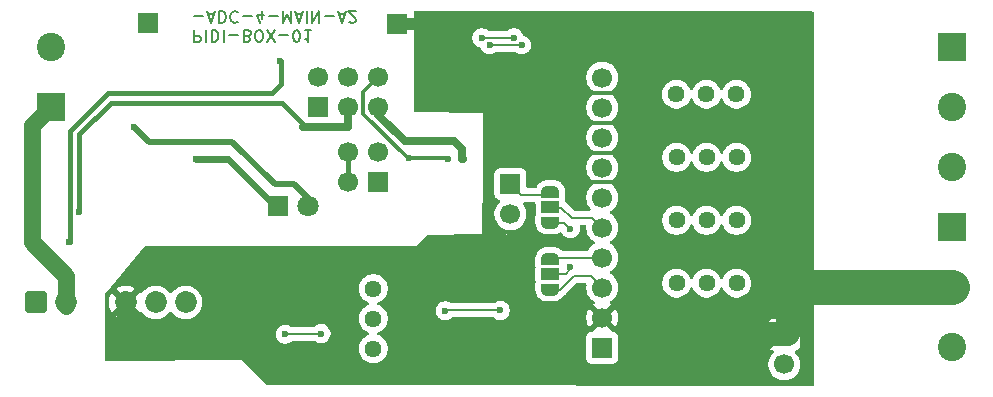
<source format=gbr>
%TF.GenerationSoftware,KiCad,Pcbnew,9.0.6*%
%TF.CreationDate,2025-12-12T12:45:13+00:00*%
%TF.ProjectId,PIDI-BOX-01-ADC-4-MAIN-A2,50494449-2d42-44f5-982d-30312d414443,rev?*%
%TF.SameCoordinates,Original*%
%TF.FileFunction,Copper,L2,Bot*%
%TF.FilePolarity,Positive*%
%FSLAX46Y46*%
G04 Gerber Fmt 4.6, Leading zero omitted, Abs format (unit mm)*
G04 Created by KiCad (PCBNEW 9.0.6) date 2025-12-12 12:45:13*
%MOMM*%
%LPD*%
G01*
G04 APERTURE LIST*
G04 Aperture macros list*
%AMRoundRect*
0 Rectangle with rounded corners*
0 $1 Rounding radius*
0 $2 $3 $4 $5 $6 $7 $8 $9 X,Y pos of 4 corners*
0 Add a 4 corners polygon primitive as box body*
4,1,4,$2,$3,$4,$5,$6,$7,$8,$9,$2,$3,0*
0 Add four circle primitives for the rounded corners*
1,1,$1+$1,$2,$3*
1,1,$1+$1,$4,$5*
1,1,$1+$1,$6,$7*
1,1,$1+$1,$8,$9*
0 Add four rect primitives between the rounded corners*
20,1,$1+$1,$2,$3,$4,$5,0*
20,1,$1+$1,$4,$5,$6,$7,0*
20,1,$1+$1,$6,$7,$8,$9,0*
20,1,$1+$1,$8,$9,$2,$3,0*%
%AMFreePoly0*
4,1,23,0.550000,-0.750000,0.000000,-0.750000,0.000000,-0.745722,-0.065263,-0.745722,-0.191342,-0.711940,-0.304381,-0.646677,-0.396677,-0.554381,-0.461940,-0.441342,-0.495722,-0.315263,-0.495722,-0.250000,-0.500000,-0.250000,-0.500000,0.250000,-0.495722,0.250000,-0.495722,0.315263,-0.461940,0.441342,-0.396677,0.554381,-0.304381,0.646677,-0.191342,0.711940,-0.065263,0.745722,0.000000,0.745722,
0.000000,0.750000,0.550000,0.750000,0.550000,-0.750000,0.550000,-0.750000,$1*%
%AMFreePoly1*
4,1,23,0.000000,0.745722,0.065263,0.745722,0.191342,0.711940,0.304381,0.646677,0.396677,0.554381,0.461940,0.441342,0.495722,0.315263,0.495722,0.250000,0.500000,0.250000,0.500000,-0.250000,0.495722,-0.250000,0.495722,-0.315263,0.461940,-0.441342,0.396677,-0.554381,0.304381,-0.646677,0.191342,-0.711940,0.065263,-0.745722,0.000000,-0.745722,0.000000,-0.750000,-0.550000,-0.750000,
-0.550000,0.750000,0.000000,0.750000,0.000000,0.745722,0.000000,0.745722,$1*%
G04 Aperture macros list end*
%ADD10C,0.150000*%
%TA.AperFunction,NonConductor*%
%ADD11C,0.150000*%
%TD*%
%TA.AperFunction,ComponentPad*%
%ADD12R,1.800000X1.800000*%
%TD*%
%TA.AperFunction,ComponentPad*%
%ADD13C,1.800000*%
%TD*%
%TA.AperFunction,ComponentPad*%
%ADD14R,1.700000X1.700000*%
%TD*%
%TA.AperFunction,ComponentPad*%
%ADD15C,1.700000*%
%TD*%
%TA.AperFunction,ComponentPad*%
%ADD16R,2.400000X2.400000*%
%TD*%
%TA.AperFunction,ComponentPad*%
%ADD17C,2.400000*%
%TD*%
%TA.AperFunction,ComponentPad*%
%ADD18C,1.440000*%
%TD*%
%TA.AperFunction,ComponentPad*%
%ADD19RoundRect,0.250000X0.675000X-0.675000X0.675000X0.675000X-0.675000X0.675000X-0.675000X-0.675000X0*%
%TD*%
%TA.AperFunction,ComponentPad*%
%ADD20C,1.850000*%
%TD*%
%TA.AperFunction,SMDPad,CuDef*%
%ADD21FreePoly0,90.000000*%
%TD*%
%TA.AperFunction,SMDPad,CuDef*%
%ADD22R,1.500000X1.000000*%
%TD*%
%TA.AperFunction,SMDPad,CuDef*%
%ADD23FreePoly1,90.000000*%
%TD*%
%TA.AperFunction,SMDPad,CuDef*%
%ADD24FreePoly0,270.000000*%
%TD*%
%TA.AperFunction,SMDPad,CuDef*%
%ADD25FreePoly1,270.000000*%
%TD*%
%TA.AperFunction,ViaPad*%
%ADD26C,0.600000*%
%TD*%
%TA.AperFunction,ViaPad*%
%ADD27C,0.800000*%
%TD*%
%TA.AperFunction,Conductor*%
%ADD28C,0.200000*%
%TD*%
%TA.AperFunction,Conductor*%
%ADD29C,0.300000*%
%TD*%
%TA.AperFunction,Conductor*%
%ADD30C,0.600000*%
%TD*%
%TA.AperFunction,Conductor*%
%ADD31C,0.400000*%
%TD*%
%TA.AperFunction,Conductor*%
%ADD32C,2.000000*%
%TD*%
%TA.AperFunction,Conductor*%
%ADD33C,1.500000*%
%TD*%
%TA.AperFunction,Conductor*%
%ADD34C,1.000000*%
%TD*%
%TA.AperFunction,Conductor*%
%ADD35C,0.700000*%
%TD*%
%TA.AperFunction,Conductor*%
%ADD36C,3.000000*%
%TD*%
%TA.AperFunction,Conductor*%
%ADD37C,1.400000*%
%TD*%
%TA.AperFunction,Conductor*%
%ADD38C,0.500000*%
%TD*%
G04 APERTURE END LIST*
D10*
D11*
X123983979Y-58331324D02*
X123983979Y-59331324D01*
X123983979Y-59331324D02*
X124364931Y-59331324D01*
X124364931Y-59331324D02*
X124460169Y-59283705D01*
X124460169Y-59283705D02*
X124507788Y-59236086D01*
X124507788Y-59236086D02*
X124555407Y-59140848D01*
X124555407Y-59140848D02*
X124555407Y-58997991D01*
X124555407Y-58997991D02*
X124507788Y-58902753D01*
X124507788Y-58902753D02*
X124460169Y-58855134D01*
X124460169Y-58855134D02*
X124364931Y-58807515D01*
X124364931Y-58807515D02*
X123983979Y-58807515D01*
X124983979Y-58331324D02*
X124983979Y-59331324D01*
X125460169Y-58331324D02*
X125460169Y-59331324D01*
X125460169Y-59331324D02*
X125698264Y-59331324D01*
X125698264Y-59331324D02*
X125841121Y-59283705D01*
X125841121Y-59283705D02*
X125936359Y-59188467D01*
X125936359Y-59188467D02*
X125983978Y-59093229D01*
X125983978Y-59093229D02*
X126031597Y-58902753D01*
X126031597Y-58902753D02*
X126031597Y-58759896D01*
X126031597Y-58759896D02*
X125983978Y-58569420D01*
X125983978Y-58569420D02*
X125936359Y-58474182D01*
X125936359Y-58474182D02*
X125841121Y-58378944D01*
X125841121Y-58378944D02*
X125698264Y-58331324D01*
X125698264Y-58331324D02*
X125460169Y-58331324D01*
X126460169Y-58331324D02*
X126460169Y-59331324D01*
X126936359Y-58712277D02*
X127698264Y-58712277D01*
X128507787Y-58855134D02*
X128650644Y-58807515D01*
X128650644Y-58807515D02*
X128698263Y-58759896D01*
X128698263Y-58759896D02*
X128745882Y-58664658D01*
X128745882Y-58664658D02*
X128745882Y-58521801D01*
X128745882Y-58521801D02*
X128698263Y-58426563D01*
X128698263Y-58426563D02*
X128650644Y-58378944D01*
X128650644Y-58378944D02*
X128555406Y-58331324D01*
X128555406Y-58331324D02*
X128174454Y-58331324D01*
X128174454Y-58331324D02*
X128174454Y-59331324D01*
X128174454Y-59331324D02*
X128507787Y-59331324D01*
X128507787Y-59331324D02*
X128603025Y-59283705D01*
X128603025Y-59283705D02*
X128650644Y-59236086D01*
X128650644Y-59236086D02*
X128698263Y-59140848D01*
X128698263Y-59140848D02*
X128698263Y-59045610D01*
X128698263Y-59045610D02*
X128650644Y-58950372D01*
X128650644Y-58950372D02*
X128603025Y-58902753D01*
X128603025Y-58902753D02*
X128507787Y-58855134D01*
X128507787Y-58855134D02*
X128174454Y-58855134D01*
X129364930Y-59331324D02*
X129555406Y-59331324D01*
X129555406Y-59331324D02*
X129650644Y-59283705D01*
X129650644Y-59283705D02*
X129745882Y-59188467D01*
X129745882Y-59188467D02*
X129793501Y-58997991D01*
X129793501Y-58997991D02*
X129793501Y-58664658D01*
X129793501Y-58664658D02*
X129745882Y-58474182D01*
X129745882Y-58474182D02*
X129650644Y-58378944D01*
X129650644Y-58378944D02*
X129555406Y-58331324D01*
X129555406Y-58331324D02*
X129364930Y-58331324D01*
X129364930Y-58331324D02*
X129269692Y-58378944D01*
X129269692Y-58378944D02*
X129174454Y-58474182D01*
X129174454Y-58474182D02*
X129126835Y-58664658D01*
X129126835Y-58664658D02*
X129126835Y-58997991D01*
X129126835Y-58997991D02*
X129174454Y-59188467D01*
X129174454Y-59188467D02*
X129269692Y-59283705D01*
X129269692Y-59283705D02*
X129364930Y-59331324D01*
X130126835Y-59331324D02*
X130793501Y-58331324D01*
X130793501Y-59331324D02*
X130126835Y-58331324D01*
X131174454Y-58712277D02*
X131936359Y-58712277D01*
X132603025Y-59331324D02*
X132698263Y-59331324D01*
X132698263Y-59331324D02*
X132793501Y-59283705D01*
X132793501Y-59283705D02*
X132841120Y-59236086D01*
X132841120Y-59236086D02*
X132888739Y-59140848D01*
X132888739Y-59140848D02*
X132936358Y-58950372D01*
X132936358Y-58950372D02*
X132936358Y-58712277D01*
X132936358Y-58712277D02*
X132888739Y-58521801D01*
X132888739Y-58521801D02*
X132841120Y-58426563D01*
X132841120Y-58426563D02*
X132793501Y-58378944D01*
X132793501Y-58378944D02*
X132698263Y-58331324D01*
X132698263Y-58331324D02*
X132603025Y-58331324D01*
X132603025Y-58331324D02*
X132507787Y-58378944D01*
X132507787Y-58378944D02*
X132460168Y-58426563D01*
X132460168Y-58426563D02*
X132412549Y-58521801D01*
X132412549Y-58521801D02*
X132364930Y-58712277D01*
X132364930Y-58712277D02*
X132364930Y-58950372D01*
X132364930Y-58950372D02*
X132412549Y-59140848D01*
X132412549Y-59140848D02*
X132460168Y-59236086D01*
X132460168Y-59236086D02*
X132507787Y-59283705D01*
X132507787Y-59283705D02*
X132603025Y-59331324D01*
X133888739Y-58331324D02*
X133317311Y-58331324D01*
X133603025Y-58331324D02*
X133603025Y-59331324D01*
X133603025Y-59331324D02*
X133507787Y-59188467D01*
X133507787Y-59188467D02*
X133412549Y-59093229D01*
X133412549Y-59093229D02*
X133317311Y-59045610D01*
X123983979Y-57102333D02*
X124745884Y-57102333D01*
X125174455Y-57007095D02*
X125650645Y-57007095D01*
X125079217Y-56721380D02*
X125412550Y-57721380D01*
X125412550Y-57721380D02*
X125745883Y-56721380D01*
X126079217Y-56721380D02*
X126079217Y-57721380D01*
X126079217Y-57721380D02*
X126317312Y-57721380D01*
X126317312Y-57721380D02*
X126460169Y-57673761D01*
X126460169Y-57673761D02*
X126555407Y-57578523D01*
X126555407Y-57578523D02*
X126603026Y-57483285D01*
X126603026Y-57483285D02*
X126650645Y-57292809D01*
X126650645Y-57292809D02*
X126650645Y-57149952D01*
X126650645Y-57149952D02*
X126603026Y-56959476D01*
X126603026Y-56959476D02*
X126555407Y-56864238D01*
X126555407Y-56864238D02*
X126460169Y-56769000D01*
X126460169Y-56769000D02*
X126317312Y-56721380D01*
X126317312Y-56721380D02*
X126079217Y-56721380D01*
X127650645Y-56816619D02*
X127603026Y-56769000D01*
X127603026Y-56769000D02*
X127460169Y-56721380D01*
X127460169Y-56721380D02*
X127364931Y-56721380D01*
X127364931Y-56721380D02*
X127222074Y-56769000D01*
X127222074Y-56769000D02*
X127126836Y-56864238D01*
X127126836Y-56864238D02*
X127079217Y-56959476D01*
X127079217Y-56959476D02*
X127031598Y-57149952D01*
X127031598Y-57149952D02*
X127031598Y-57292809D01*
X127031598Y-57292809D02*
X127079217Y-57483285D01*
X127079217Y-57483285D02*
X127126836Y-57578523D01*
X127126836Y-57578523D02*
X127222074Y-57673761D01*
X127222074Y-57673761D02*
X127364931Y-57721380D01*
X127364931Y-57721380D02*
X127460169Y-57721380D01*
X127460169Y-57721380D02*
X127603026Y-57673761D01*
X127603026Y-57673761D02*
X127650645Y-57626142D01*
X128079217Y-57102333D02*
X128841122Y-57102333D01*
X129745883Y-57388047D02*
X129745883Y-56721380D01*
X129507788Y-57769000D02*
X129269693Y-57054714D01*
X129269693Y-57054714D02*
X129888740Y-57054714D01*
X130269693Y-57102333D02*
X131031598Y-57102333D01*
X131507788Y-56721380D02*
X131507788Y-57721380D01*
X131507788Y-57721380D02*
X131841121Y-57007095D01*
X131841121Y-57007095D02*
X132174454Y-57721380D01*
X132174454Y-57721380D02*
X132174454Y-56721380D01*
X132603026Y-57007095D02*
X133079216Y-57007095D01*
X132507788Y-56721380D02*
X132841121Y-57721380D01*
X132841121Y-57721380D02*
X133174454Y-56721380D01*
X133507788Y-56721380D02*
X133507788Y-57721380D01*
X133983978Y-56721380D02*
X133983978Y-57721380D01*
X133983978Y-57721380D02*
X134555406Y-56721380D01*
X134555406Y-56721380D02*
X134555406Y-57721380D01*
X135031597Y-57102333D02*
X135793502Y-57102333D01*
X136222073Y-57007095D02*
X136698263Y-57007095D01*
X136126835Y-56721380D02*
X136460168Y-57721380D01*
X136460168Y-57721380D02*
X136793501Y-56721380D01*
X137079216Y-57626142D02*
X137126835Y-57673761D01*
X137126835Y-57673761D02*
X137222073Y-57721380D01*
X137222073Y-57721380D02*
X137460168Y-57721380D01*
X137460168Y-57721380D02*
X137555406Y-57673761D01*
X137555406Y-57673761D02*
X137603025Y-57626142D01*
X137603025Y-57626142D02*
X137650644Y-57530904D01*
X137650644Y-57530904D02*
X137650644Y-57435666D01*
X137650644Y-57435666D02*
X137603025Y-57292809D01*
X137603025Y-57292809D02*
X137031597Y-56721380D01*
X137031597Y-56721380D02*
X137650644Y-56721380D01*
D12*
%TO.P,D3,1,K*%
%TO.N,Net-(D2-K)*%
X131030000Y-73200000D03*
D13*
%TO.P,D3,2,A*%
%TO.N,Net-(D3-A)*%
X133570000Y-73200000D03*
%TD*%
D14*
%TO.P,J10,1,Pin_1*%
%TO.N,Net-(D2-K)*%
X120075000Y-57750000D03*
%TD*%
%TO.P,J1,1,Pin_1*%
%TO.N,+3V3*%
X158521400Y-85217000D03*
D15*
%TO.P,J1,2,Pin_2*%
%TO.N,GND*%
X158521400Y-82677000D03*
%TO.P,J1,3,Pin_3*%
%TO.N,SCL2*%
X158521400Y-80137000D03*
%TO.P,J1,4,Pin_4*%
%TO.N,SDA2*%
X158521400Y-77597000D03*
%TO.P,J1,5,Pin_5*%
%TO.N,ADDR*%
X158521400Y-75057000D03*
%TO.P,J1,6,Pin_6*%
%TO.N,RDY*%
X158521400Y-72517000D03*
%TO.P,J1,7,Pin_7*%
%TO.N,AIN0*%
X158521400Y-69977000D03*
%TO.P,J1,8,Pin_8*%
%TO.N,AIN1*%
X158521400Y-67437000D03*
%TO.P,J1,9,Pin_9*%
%TO.N,AIN2*%
X158521400Y-64897000D03*
%TO.P,J1,10,Pin_10*%
%TO.N,AIN3*%
X158521400Y-62357000D03*
%TD*%
D16*
%TO.P,J6,1,1*%
%TO.N,Net-(J6-Pad1)*%
X188163200Y-59791600D03*
D17*
%TO.P,J6,2,2*%
%TO.N,Net-(J6-Pad2)*%
X188163200Y-64871600D03*
%TO.P,J6,3,3*%
%TO.N,Net-(J6-Pad3)*%
X188163200Y-69951600D03*
%TD*%
D16*
%TO.P,J7,1,1*%
%TO.N,Net-(J7-Pad1)*%
X188163200Y-74980800D03*
D17*
%TO.P,J7,2,2*%
%TO.N,GND*%
X188163200Y-80060800D03*
%TO.P,J7,3,3*%
%TO.N,+4-7Vext*%
X188163200Y-85140800D03*
%TD*%
D14*
%TO.P,J3,1,Pin_1*%
%TO.N,Net-(J3-Pin_1)*%
X139500000Y-71150000D03*
D15*
%TO.P,J3,2,Pin_2*%
%TO.N,Net-(J3-Pin_2)*%
X136960000Y-71150000D03*
%TO.P,J3,3,Pin_3*%
%TO.N,Net-(J3-Pin_3)*%
X139500000Y-68610000D03*
%TO.P,J3,4,Pin_4*%
%TO.N,Net-(J3-Pin_2)*%
X136960000Y-68610000D03*
%TD*%
D16*
%TO.P,J8,1,1*%
%TO.N,Net-(D2-K)*%
X111810800Y-64820800D03*
D17*
%TO.P,J8,2,2*%
%TO.N,Net-(D4-A)*%
X111810800Y-59740800D03*
%TD*%
D14*
%TO.P,J9,1,Pin_1*%
%TO.N,GND*%
X141150000Y-57800000D03*
%TD*%
D18*
%TO.P,RV1,1,1*%
%TO.N,Net-(R6-Pad1)*%
X139136200Y-80213200D03*
%TO.P,RV1,2,2*%
%TO.N,Net-(U3-ADJ)*%
X139136200Y-82753200D03*
%TO.P,RV1,3,3*%
%TO.N,Net-(R5-Pad2)*%
X139136200Y-85293200D03*
%TD*%
D14*
%TO.P,J5,1,Pin_1*%
%TO.N,Net-(J5-Pin_1)*%
X150749000Y-71369000D03*
D15*
%TO.P,J5,2,Pin_2*%
%TO.N,+3V3*%
X150749000Y-73909000D03*
%TD*%
D18*
%TO.P,RV3,1,1*%
%TO.N,Net-(R21-Pad2)*%
X164820000Y-69100000D03*
%TO.P,RV3,2,2*%
%TO.N,Net-(R12-Pad1)*%
X167360000Y-69100000D03*
%TO.P,RV3,3,3*%
%TO.N,Net-(R16-Pad1)*%
X169900000Y-69100000D03*
%TD*%
D19*
%TO.P,PS1,1,+Vin*%
%TO.N,Net-(PS1-+Vin)*%
X110550800Y-81385600D03*
D20*
%TO.P,PS1,2,-Vin*%
%TO.N,Net-(D2-K)*%
X113090800Y-81385600D03*
%TO.P,PS1,4,-Vout*%
%TO.N,GND*%
X118170800Y-81385600D03*
%TO.P,PS1,5,0V*%
%TO.N,unconnected-(PS1-0V-Pad5)*%
X120710800Y-81385600D03*
%TO.P,PS1,6,+Vout*%
%TO.N,+9V*%
X123250800Y-81385600D03*
%TD*%
D18*
%TO.P,RV4,1,1*%
%TO.N,Net-(R22-Pad2)*%
X164820000Y-74425000D03*
%TO.P,RV4,2,2*%
%TO.N,Net-(R13-Pad1)*%
X167360000Y-74425000D03*
%TO.P,RV4,3,3*%
%TO.N,Net-(R17-Pad1)*%
X169900000Y-74425000D03*
%TD*%
D14*
%TO.P,J2,1,Pin_1*%
%TO.N,/+5V I2C BUS*%
X134467600Y-64846200D03*
D15*
%TO.P,J2,2,Pin_2*%
%TO.N,Net-(J2-Pin_2)*%
X134467600Y-62306200D03*
%TO.P,J2,3,Pin_3*%
%TO.N,Net-(IC1-E)*%
X137007600Y-64846200D03*
%TO.P,J2,4,Pin_4*%
%TO.N,Net-(J2-Pin_4)*%
X137007600Y-62306200D03*
%TO.P,J2,5,Pin_5*%
%TO.N,Net-(IC1-E)*%
X139547600Y-64846200D03*
%TO.P,J2,6,Pin_6*%
%TO.N,Net-(J2-Pin_6)*%
X139547600Y-62306200D03*
%TD*%
D18*
%TO.P,RV5,1,1*%
%TO.N,Net-(R23-Pad2)*%
X164820000Y-79750000D03*
%TO.P,RV5,2,2*%
%TO.N,Net-(R14-Pad1)*%
X167360000Y-79750000D03*
%TO.P,RV5,3,3*%
%TO.N,Net-(R18-Pad1)*%
X169900000Y-79750000D03*
%TD*%
D14*
%TO.P,J4,1,Pin_1*%
%TO.N,GND*%
X173939200Y-84099400D03*
D15*
%TO.P,J4,2,Pin_2*%
%TO.N,+4-7Vext*%
X173939200Y-86639400D03*
%TD*%
D18*
%TO.P,RV2,1,1*%
%TO.N,Net-(R20-Pad2)*%
X164810000Y-63750000D03*
%TO.P,RV2,2,2*%
%TO.N,Net-(R11-Pad1)*%
X167350000Y-63750000D03*
%TO.P,RV2,3,3*%
%TO.N,Net-(R15-Pad1)*%
X169890000Y-63750000D03*
%TD*%
D21*
%TO.P,JP3,1,A*%
%TO.N,SCL2*%
X154117300Y-80294000D03*
D22*
%TO.P,JP3,2,C*%
%TO.N,Net-(JP3-C)*%
X154117300Y-78994000D03*
D23*
%TO.P,JP3,3,B*%
%TO.N,SDA2*%
X154117300Y-77694000D03*
%TD*%
D24*
%TO.P,JP4,1,A*%
%TO.N,Net-(J5-Pin_1)*%
X154127200Y-72025200D03*
D22*
%TO.P,JP4,2,C*%
%TO.N,ADDR*%
X154127200Y-73325200D03*
D25*
%TO.P,JP4,3,B*%
%TO.N,Net-(JP3-C)*%
X154127200Y-74625200D03*
%TD*%
D26*
%TO.N,GND*%
X155905200Y-71831200D03*
X151688800Y-80924400D03*
D27*
X162407600Y-84683600D03*
D26*
X174218600Y-82092800D03*
X175920400Y-69494400D03*
X154914600Y-59994800D03*
X128066800Y-80619600D03*
X137160000Y-78181200D03*
X175768000Y-63500000D03*
X128066800Y-79806800D03*
X153162000Y-66954400D03*
X146735800Y-61137800D03*
X147904200Y-76581000D03*
X128050000Y-79044800D03*
X150342600Y-65963800D03*
X156718000Y-65328800D03*
X157149800Y-58191400D03*
X151180800Y-80416400D03*
X144526000Y-84277200D03*
X150585200Y-77266800D03*
X175234600Y-76784200D03*
X145135600Y-80416400D03*
X154432000Y-61061600D03*
%TO.N,Net-(IC1-E)*%
X114225000Y-73750000D03*
X146650000Y-69250000D03*
X133172200Y-66550000D03*
%TO.N,Net-(D2-K)*%
X124155200Y-69265800D03*
%TO.N,Net-(J2-Pin_6)*%
X145450000Y-69250000D03*
X142184000Y-69189600D03*
%TO.N,SCL2*%
X148310600Y-58978800D03*
X151053800Y-58978800D03*
%TO.N,Net-(IC1-C)*%
X113385600Y-76301600D03*
X131267200Y-60909200D03*
%TO.N,SDA2*%
X148996400Y-59588400D03*
X151688800Y-59588400D03*
%TO.N,Net-(D3-A)*%
X118850000Y-66500000D03*
%TO.N,Net-(Q1-C)*%
X149885400Y-82067400D03*
X131673600Y-84074000D03*
X145237200Y-82092800D03*
X134721600Y-84023200D03*
%TO.N,Net-(JP3-C)*%
X155829000Y-78384400D03*
X155829000Y-75133200D03*
%TD*%
D28*
%TO.N,GND*%
X162255200Y-63398400D02*
X162407600Y-63246000D01*
X150342600Y-65963800D02*
X154222200Y-65963800D01*
D29*
X157505400Y-63627000D02*
X162026600Y-63627000D01*
X156438600Y-71247000D02*
X155905200Y-71780400D01*
D30*
X151688800Y-80924400D02*
X151688800Y-84023200D01*
D28*
X154838400Y-60071000D02*
X154432000Y-60071000D01*
D31*
X157149800Y-58191400D02*
X160959800Y-58191400D01*
D32*
X174294800Y-80111600D02*
X171551600Y-77368400D01*
D29*
X156438600Y-71247000D02*
X157302200Y-71247000D01*
X153238200Y-66878200D02*
X153238200Y-65963800D01*
D28*
X154857200Y-65328800D02*
X156718000Y-65328800D01*
D31*
X160959800Y-58191400D02*
X162407600Y-59639200D01*
D30*
X147523200Y-76657200D02*
X147523200Y-79095600D01*
X137083800Y-87122000D02*
X130244400Y-87122000D01*
D33*
X118200000Y-81414800D02*
X118170800Y-81385600D01*
X162433000Y-77038200D02*
X162433000Y-67577000D01*
D30*
X148844000Y-80416400D02*
X151180800Y-80416400D01*
D33*
X127450000Y-84850000D02*
X127210000Y-85090000D01*
X128066800Y-79806800D02*
X128066800Y-84233200D01*
D34*
X145633200Y-57800000D02*
X141150000Y-57800000D01*
D30*
X144119600Y-84277200D02*
X141274800Y-87122000D01*
D29*
X157302200Y-71247000D02*
X157327600Y-71221600D01*
X162153600Y-68707000D02*
X162433000Y-68427600D01*
D34*
X146735800Y-61137800D02*
X146735800Y-58902600D01*
D29*
X157022800Y-68707000D02*
X162153600Y-68707000D01*
D30*
X130244400Y-87122000D02*
X127711200Y-84588800D01*
D28*
X154222200Y-65963800D02*
X154400000Y-65786000D01*
D30*
X169316400Y-87376000D02*
X155041600Y-87376000D01*
D33*
X128066800Y-79779200D02*
X128066800Y-79806800D01*
D30*
X147904200Y-76581000D02*
X147599400Y-76581000D01*
D29*
X154432000Y-60071000D02*
X154432000Y-59169600D01*
X153162000Y-66954400D02*
X153238200Y-66878200D01*
D33*
X128066800Y-79806800D02*
X128066800Y-79061600D01*
D28*
X162356800Y-65887600D02*
X162407600Y-65836800D01*
D33*
X128066800Y-79061600D02*
X128050000Y-79044800D01*
D29*
X137160000Y-87045800D02*
X137083800Y-87122000D01*
D30*
X141274800Y-87122000D02*
X137083800Y-87122000D01*
D33*
X127210000Y-85090000D02*
X119540000Y-85090000D01*
D29*
X137160000Y-78181200D02*
X137160000Y-87045800D01*
D30*
X151180800Y-80416400D02*
X151688800Y-80924400D01*
D33*
X128050000Y-79762400D02*
X128066800Y-79779200D01*
D32*
X174218600Y-84074000D02*
X174218600Y-80111600D01*
D35*
X148869400Y-64947800D02*
X148869400Y-75615800D01*
X146735800Y-62814200D02*
X148869400Y-64947800D01*
D29*
X157454600Y-66167000D02*
X162077400Y-66167000D01*
X156718000Y-65328800D02*
X156718000Y-65430400D01*
D30*
X147904200Y-76581000D02*
X148082000Y-76403200D01*
D35*
X148869400Y-75615800D02*
X148082000Y-76403200D01*
D28*
X162407600Y-84683600D02*
X162407600Y-84326600D01*
D33*
X119540000Y-85090000D02*
X118200000Y-83750000D01*
D32*
X188112400Y-80111600D02*
X188163200Y-80060800D01*
D30*
X151688800Y-84023200D02*
X151434800Y-84277200D01*
D32*
X172593000Y-84099400D02*
X169316400Y-87376000D01*
D29*
X157327600Y-71221600D02*
X162102800Y-71221600D01*
D28*
X158275000Y-82435000D02*
X158085200Y-82245200D01*
D30*
X155041600Y-87376000D02*
X151688800Y-84023200D01*
D33*
X128066800Y-84233200D02*
X127711200Y-84588800D01*
X127711200Y-84588800D02*
X127450000Y-84850000D01*
D30*
X147599400Y-76581000D02*
X147523200Y-76657200D01*
D28*
X154400000Y-65786000D02*
X154857200Y-65328800D01*
D29*
X162026600Y-63627000D02*
X162255200Y-63398400D01*
X154400000Y-65786000D02*
X154432000Y-65754000D01*
X155905200Y-71780400D02*
X155905200Y-71831200D01*
D33*
X118200000Y-83750000D02*
X118200000Y-81414800D01*
D29*
X156718000Y-65430400D02*
X157454600Y-66167000D01*
D30*
X151434800Y-84277200D02*
X144119600Y-84277200D01*
D29*
X155257800Y-58242200D02*
X154400000Y-59100000D01*
X157099000Y-58242200D02*
X155257800Y-58242200D01*
D35*
X146735800Y-61137800D02*
X146735800Y-62814200D01*
D29*
X162433000Y-67577000D02*
X162407600Y-67551600D01*
D32*
X162763200Y-77368400D02*
X162661600Y-77266800D01*
D29*
X162890200Y-77495400D02*
X162763200Y-77368400D01*
X162077400Y-66167000D02*
X162356800Y-65887600D01*
D30*
X162407600Y-84683600D02*
X162250000Y-84841200D01*
D29*
X156489400Y-71297800D02*
X156438600Y-71247000D01*
X156794200Y-71297800D02*
X156489400Y-71297800D01*
D30*
X162250000Y-84841200D02*
X162250000Y-87325000D01*
D29*
X154432000Y-59169600D02*
X154381200Y-59118800D01*
D36*
X174294800Y-80111600D02*
X188112400Y-80111600D01*
D28*
X158490000Y-82435000D02*
X158425000Y-82500000D01*
D33*
X162407600Y-67551600D02*
X162407600Y-59639200D01*
D28*
X154914600Y-59994800D02*
X154838400Y-60071000D01*
D34*
X146735800Y-58902600D02*
X145633200Y-57800000D01*
D29*
X154432000Y-65754000D02*
X154432000Y-60071000D01*
D28*
X154400000Y-65818000D02*
X154400000Y-65786000D01*
D29*
X162102800Y-71221600D02*
X162306000Y-71018400D01*
D32*
X173939200Y-84099400D02*
X172593000Y-84099400D01*
D28*
X153162000Y-66954400D02*
X153194800Y-66921600D01*
D32*
X171551600Y-77368400D02*
X162763200Y-77368400D01*
D30*
X147523200Y-79095600D02*
X148844000Y-80416400D01*
D31*
%TO.N,Net-(J3-Pin_2)*%
X136960000Y-68610000D02*
X136960000Y-71150000D01*
%TO.N,Net-(IC1-E)*%
X114250000Y-67156800D02*
X114250000Y-73725000D01*
X133172200Y-66247200D02*
X131415600Y-64490600D01*
X133172200Y-66550000D02*
X133172200Y-66247200D01*
D35*
X133172200Y-66550000D02*
X137007600Y-66550000D01*
X137007600Y-66550000D02*
X137007600Y-64846200D01*
X145999200Y-67716400D02*
X146650000Y-68367200D01*
X141782800Y-67716400D02*
X145999200Y-67716400D01*
D31*
X131415600Y-64490600D02*
X116916200Y-64490600D01*
X114250000Y-73725000D02*
X114225000Y-73750000D01*
D35*
X146650000Y-68367200D02*
X146650000Y-69250000D01*
X139547600Y-64846200D02*
X139547600Y-65481200D01*
D31*
X116916200Y-64490600D02*
X114250000Y-67156800D01*
D35*
X146650000Y-69250000D02*
X146700000Y-69250000D01*
X139547600Y-65481200D02*
X141782800Y-67716400D01*
D30*
%TO.N,Net-(D2-K)*%
X130835000Y-73200000D02*
X131030000Y-73200000D01*
X126815800Y-69265800D02*
X130200000Y-72650000D01*
X130285000Y-72650000D02*
X130835000Y-73200000D01*
D37*
X110236000Y-66395600D02*
X110236000Y-76286000D01*
X110236000Y-76286000D02*
X113100000Y-79150000D01*
X113100000Y-81647500D02*
X113120000Y-81667500D01*
X111810800Y-64820800D02*
X110236000Y-66395600D01*
D30*
X130200000Y-72650000D02*
X130285000Y-72650000D01*
D37*
X113100000Y-79150000D02*
X113100000Y-81647500D01*
D30*
X124155200Y-69265800D02*
X126815800Y-69265800D01*
D29*
%TO.N,Net-(J2-Pin_6)*%
X145450000Y-69250000D02*
X145389600Y-69189600D01*
X138303000Y-65455800D02*
X138303000Y-63550800D01*
X142036800Y-69189600D02*
X138303000Y-65455800D01*
X145389600Y-69189600D02*
X142184000Y-69189600D01*
X138303000Y-63550800D02*
X139547600Y-62306200D01*
X142184000Y-69189600D02*
X142036800Y-69189600D01*
D28*
%TO.N,SCL2*%
X156108400Y-79146400D02*
X157530800Y-79146400D01*
X158517000Y-80137000D02*
X158275000Y-79895000D01*
X154117300Y-80294000D02*
X154960800Y-80294000D01*
X148310600Y-58978800D02*
X151053800Y-58978800D01*
X154960800Y-80294000D02*
X156108400Y-79146400D01*
X157530800Y-79146400D02*
X158521400Y-80137000D01*
X158521400Y-80137000D02*
X158517000Y-80137000D01*
D31*
%TO.N,Net-(IC1-C)*%
X116636800Y-63652400D02*
X113450000Y-66839200D01*
X113450000Y-76237200D02*
X113385600Y-76301600D01*
X130530600Y-63652400D02*
X116636800Y-63652400D01*
X131292600Y-62890400D02*
X130530600Y-63652400D01*
X131292600Y-60934600D02*
X131292600Y-62890400D01*
X131267200Y-60909200D02*
X131292600Y-60934600D01*
X113450000Y-66839200D02*
X113450000Y-76237200D01*
D28*
%TO.N,SDA2*%
X158154200Y-77597000D02*
X158149800Y-77601400D01*
X154214300Y-77597000D02*
X158521400Y-77597000D01*
X154117300Y-77694000D02*
X154214300Y-77597000D01*
X151688800Y-59588400D02*
X148996400Y-59588400D01*
%TO.N,ADDR*%
X157683200Y-74218800D02*
X158275000Y-74810600D01*
X154157200Y-73355200D02*
X155067000Y-73355200D01*
X155067000Y-73355200D02*
X155930600Y-74218800D01*
X155930600Y-74218800D02*
X157683200Y-74218800D01*
X154127200Y-73325200D02*
X154157200Y-73355200D01*
X158275000Y-74810600D02*
X158275000Y-74815000D01*
D38*
%TO.N,Net-(D3-A)*%
X130800000Y-71400000D02*
X132395000Y-71400000D01*
X132395000Y-71400000D02*
X133570000Y-72575000D01*
X133570000Y-72575000D02*
X133570000Y-73305000D01*
X133570000Y-73305000D02*
X133525000Y-73350000D01*
X127218000Y-67818000D02*
X130800000Y-71400000D01*
X118850000Y-66500000D02*
X120168000Y-67818000D01*
X120168000Y-67818000D02*
X127218000Y-67818000D01*
D28*
%TO.N,RDY*%
X158275000Y-73068200D02*
X158275000Y-72275000D01*
%TO.N,Net-(Q1-C)*%
X145288000Y-82042000D02*
X145237200Y-82092800D01*
X149885400Y-82067400D02*
X149860000Y-82042000D01*
X149860000Y-82042000D02*
X145288000Y-82042000D01*
X134670800Y-84074000D02*
X134721600Y-84023200D01*
X131673600Y-84074000D02*
X134670800Y-84074000D01*
%TO.N,Net-(J5-Pin_1)*%
X151668400Y-72288400D02*
X153864000Y-72288400D01*
X150749000Y-71369000D02*
X151668400Y-72288400D01*
X153864000Y-72288400D02*
X154127200Y-72025200D01*
%TO.N,Net-(JP3-C)*%
X155829000Y-78587600D02*
X155422600Y-78994000D01*
X155422600Y-78994000D02*
X154117300Y-78994000D01*
X155321000Y-74625200D02*
X154127200Y-74625200D01*
X155829000Y-75133200D02*
X155321000Y-74625200D01*
X155829000Y-78384400D02*
X155829000Y-78587600D01*
%TD*%
%TA.AperFunction,Conductor*%
%TO.N,GND*%
G36*
X152552400Y-75641200D02*
G01*
X152552400Y-88392000D01*
X151891524Y-88390504D01*
X150250866Y-88386792D01*
X130148277Y-88341311D01*
X130081283Y-88321474D01*
X130062989Y-88307054D01*
X127914400Y-86258400D01*
X116558423Y-86333771D01*
X116491254Y-86314532D01*
X116445150Y-86262033D01*
X116433600Y-86209774D01*
X116433600Y-83995153D01*
X130873100Y-83995153D01*
X130873100Y-84152846D01*
X130903861Y-84307489D01*
X130903864Y-84307501D01*
X130964202Y-84453172D01*
X130964209Y-84453185D01*
X131051810Y-84584288D01*
X131051813Y-84584292D01*
X131163307Y-84695786D01*
X131163311Y-84695789D01*
X131294414Y-84783390D01*
X131294427Y-84783397D01*
X131394126Y-84824693D01*
X131440103Y-84843737D01*
X131594753Y-84874499D01*
X131594756Y-84874500D01*
X131594758Y-84874500D01*
X131752444Y-84874500D01*
X131752445Y-84874499D01*
X131907097Y-84843737D01*
X132052779Y-84783394D01*
X132128805Y-84732595D01*
X132184475Y-84695398D01*
X132251153Y-84674520D01*
X132253366Y-84674500D01*
X134217862Y-84674500D01*
X134284901Y-84694185D01*
X134286753Y-84695398D01*
X134342421Y-84732594D01*
X134488103Y-84792937D01*
X134642753Y-84823699D01*
X134642756Y-84823700D01*
X134642758Y-84823700D01*
X134800444Y-84823700D01*
X134800445Y-84823699D01*
X134955097Y-84792937D01*
X135100779Y-84732594D01*
X135231889Y-84644989D01*
X135343389Y-84533489D01*
X135430994Y-84402379D01*
X135491337Y-84256697D01*
X135522100Y-84102042D01*
X135522100Y-83944358D01*
X135522100Y-83944355D01*
X135522099Y-83944353D01*
X135491338Y-83789710D01*
X135491337Y-83789703D01*
X135491335Y-83789698D01*
X135430997Y-83644027D01*
X135430990Y-83644014D01*
X135343389Y-83512911D01*
X135343386Y-83512907D01*
X135231892Y-83401413D01*
X135231888Y-83401410D01*
X135100785Y-83313809D01*
X135100772Y-83313802D01*
X134955101Y-83253464D01*
X134955089Y-83253461D01*
X134800445Y-83222700D01*
X134800442Y-83222700D01*
X134642758Y-83222700D01*
X134642755Y-83222700D01*
X134488110Y-83253461D01*
X134488098Y-83253464D01*
X134342427Y-83313802D01*
X134342414Y-83313809D01*
X134211311Y-83401410D01*
X134211307Y-83401413D01*
X134175542Y-83437180D01*
X134114220Y-83470666D01*
X134087860Y-83473500D01*
X132253366Y-83473500D01*
X132186327Y-83453815D01*
X132184475Y-83452602D01*
X132052785Y-83364609D01*
X132052772Y-83364602D01*
X131907101Y-83304264D01*
X131907089Y-83304261D01*
X131752445Y-83273500D01*
X131752442Y-83273500D01*
X131594758Y-83273500D01*
X131594755Y-83273500D01*
X131440110Y-83304261D01*
X131440098Y-83304264D01*
X131294427Y-83364602D01*
X131294414Y-83364609D01*
X131163311Y-83452210D01*
X131163307Y-83452213D01*
X131051813Y-83563707D01*
X131051810Y-83563711D01*
X130964209Y-83694814D01*
X130964202Y-83694827D01*
X130903864Y-83840498D01*
X130903861Y-83840510D01*
X130873100Y-83995153D01*
X116433600Y-83995153D01*
X116433600Y-81273450D01*
X116745800Y-81273450D01*
X116745800Y-81497749D01*
X116780889Y-81719289D01*
X116850199Y-81932607D01*
X116850200Y-81932610D01*
X116952033Y-82132466D01*
X117001832Y-82201010D01*
X117001834Y-82201011D01*
X117749074Y-81453771D01*
X117774763Y-81549644D01*
X117830716Y-81646556D01*
X117909844Y-81725684D01*
X118006756Y-81781637D01*
X118102628Y-81807325D01*
X117355387Y-82554564D01*
X117423936Y-82604368D01*
X117623789Y-82706199D01*
X117623792Y-82706200D01*
X117837110Y-82775510D01*
X118058651Y-82810600D01*
X118282949Y-82810600D01*
X118504489Y-82775510D01*
X118717807Y-82706200D01*
X118717810Y-82706199D01*
X118917662Y-82604369D01*
X118986210Y-82554564D01*
X118986211Y-82554564D01*
X118238971Y-81807325D01*
X118334844Y-81781637D01*
X118431756Y-81725684D01*
X118510884Y-81646556D01*
X118566837Y-81549644D01*
X118592525Y-81453772D01*
X119339764Y-82201011D01*
X119339765Y-82201010D01*
X119340172Y-82200451D01*
X119395502Y-82157785D01*
X119465115Y-82151806D01*
X119526910Y-82184412D01*
X119540808Y-82200451D01*
X119623483Y-82314244D01*
X119623487Y-82314249D01*
X119782150Y-82472912D01*
X119782155Y-82472916D01*
X119926364Y-82577689D01*
X119963675Y-82604797D01*
X120066414Y-82657145D01*
X120163593Y-82706661D01*
X120163595Y-82706661D01*
X120163598Y-82706663D01*
X120277984Y-82743829D01*
X120376994Y-82776000D01*
X120598606Y-82811100D01*
X120598611Y-82811100D01*
X120822994Y-82811100D01*
X121044605Y-82776000D01*
X121046113Y-82775510D01*
X121258002Y-82706663D01*
X121457925Y-82604797D01*
X121639451Y-82472911D01*
X121798111Y-82314251D01*
X121880482Y-82200875D01*
X121935811Y-82158211D01*
X122005424Y-82152232D01*
X122067220Y-82184837D01*
X122081113Y-82200871D01*
X122142014Y-82284693D01*
X122163489Y-82314251D01*
X122322150Y-82472912D01*
X122322155Y-82472916D01*
X122466364Y-82577689D01*
X122503675Y-82604797D01*
X122606414Y-82657145D01*
X122703593Y-82706661D01*
X122703595Y-82706661D01*
X122703598Y-82706663D01*
X122817984Y-82743829D01*
X122916994Y-82776000D01*
X123138606Y-82811100D01*
X123138611Y-82811100D01*
X123362994Y-82811100D01*
X123584605Y-82776000D01*
X123586113Y-82775510D01*
X123798002Y-82706663D01*
X123997925Y-82604797D01*
X124179451Y-82472911D01*
X124338111Y-82314251D01*
X124469997Y-82132725D01*
X124571863Y-81932802D01*
X124641200Y-81719405D01*
X124656609Y-81622115D01*
X124676300Y-81497794D01*
X124676300Y-81273405D01*
X124641200Y-81051794D01*
X124609029Y-80952784D01*
X124571863Y-80838398D01*
X124571861Y-80838395D01*
X124571861Y-80838393D01*
X124496283Y-80690065D01*
X124469997Y-80638475D01*
X124420383Y-80570187D01*
X124338116Y-80456955D01*
X124338112Y-80456950D01*
X124179449Y-80298287D01*
X124179444Y-80298283D01*
X124061499Y-80212591D01*
X123997928Y-80166405D01*
X123997927Y-80166404D01*
X123997925Y-80166403D01*
X123901251Y-80117145D01*
X137915700Y-80117145D01*
X137915700Y-80309254D01*
X137945753Y-80499002D01*
X138005116Y-80681706D01*
X138033892Y-80738181D01*
X138092335Y-80852881D01*
X138205255Y-81008302D01*
X138341098Y-81144145D01*
X138496519Y-81257065D01*
X138667691Y-81344282D01*
X138667693Y-81344283D01*
X138732281Y-81365269D01*
X138789956Y-81404706D01*
X138817155Y-81469065D01*
X138805241Y-81537911D01*
X138757997Y-81589387D01*
X138732281Y-81601131D01*
X138667693Y-81622116D01*
X138496518Y-81709335D01*
X138407845Y-81773760D01*
X138341098Y-81822255D01*
X138341096Y-81822257D01*
X138341095Y-81822257D01*
X138205257Y-81958095D01*
X138205257Y-81958096D01*
X138205255Y-81958098D01*
X138183128Y-81988553D01*
X138092335Y-82113518D01*
X138005116Y-82284693D01*
X137945753Y-82467397D01*
X137915700Y-82657145D01*
X137915700Y-82849254D01*
X137945753Y-83039002D01*
X138005116Y-83221706D01*
X138077926Y-83364602D01*
X138092335Y-83392881D01*
X138205255Y-83548302D01*
X138341098Y-83684145D01*
X138496519Y-83797065D01*
X138667691Y-83884282D01*
X138667693Y-83884283D01*
X138732281Y-83905269D01*
X138789956Y-83944706D01*
X138817155Y-84009065D01*
X138805241Y-84077911D01*
X138757997Y-84129387D01*
X138732281Y-84141131D01*
X138667693Y-84162116D01*
X138496518Y-84249335D01*
X138416477Y-84307489D01*
X138341098Y-84362255D01*
X138341096Y-84362257D01*
X138341095Y-84362257D01*
X138205257Y-84498095D01*
X138205257Y-84498096D01*
X138205255Y-84498098D01*
X138179543Y-84533488D01*
X138092335Y-84653518D01*
X138005116Y-84824693D01*
X137945753Y-85007397D01*
X137915700Y-85197145D01*
X137915700Y-85389254D01*
X137945753Y-85579002D01*
X138005116Y-85761706D01*
X138005118Y-85761709D01*
X138092335Y-85932881D01*
X138205255Y-86088302D01*
X138341098Y-86224145D01*
X138496519Y-86337065D01*
X138667691Y-86424282D01*
X138667693Y-86424283D01*
X138759045Y-86453964D01*
X138850399Y-86483647D01*
X139040145Y-86513700D01*
X139040146Y-86513700D01*
X139232254Y-86513700D01*
X139232255Y-86513700D01*
X139422001Y-86483647D01*
X139604709Y-86424282D01*
X139775881Y-86337065D01*
X139931302Y-86224145D01*
X140067145Y-86088302D01*
X140180065Y-85932881D01*
X140267282Y-85761709D01*
X140326647Y-85579001D01*
X140356700Y-85389255D01*
X140356700Y-85197145D01*
X140326647Y-85007399D01*
X140283466Y-84874500D01*
X140267283Y-84824693D01*
X140251101Y-84792935D01*
X140180065Y-84653519D01*
X140067145Y-84498098D01*
X139931302Y-84362255D01*
X139775881Y-84249335D01*
X139604704Y-84162115D01*
X139540119Y-84141131D01*
X139482443Y-84101694D01*
X139455244Y-84037336D01*
X139467158Y-83968489D01*
X139514402Y-83917013D01*
X139540119Y-83905269D01*
X139604704Y-83884284D01*
X139604706Y-83884282D01*
X139604709Y-83884282D01*
X139775881Y-83797065D01*
X139931302Y-83684145D01*
X140067145Y-83548302D01*
X140180065Y-83392881D01*
X140267282Y-83221709D01*
X140326647Y-83039001D01*
X140356700Y-82849255D01*
X140356700Y-82657145D01*
X140326647Y-82467399D01*
X140276886Y-82314249D01*
X140267283Y-82284693D01*
X140267282Y-82284691D01*
X140180065Y-82113519D01*
X140107726Y-82013953D01*
X144436700Y-82013953D01*
X144436700Y-82171646D01*
X144467461Y-82326289D01*
X144467464Y-82326301D01*
X144527802Y-82471972D01*
X144527809Y-82471985D01*
X144615410Y-82603088D01*
X144615413Y-82603092D01*
X144726907Y-82714586D01*
X144726911Y-82714589D01*
X144858014Y-82802190D01*
X144858027Y-82802197D01*
X144971637Y-82849255D01*
X145003703Y-82862537D01*
X145158353Y-82893299D01*
X145158356Y-82893300D01*
X145158358Y-82893300D01*
X145316044Y-82893300D01*
X145316045Y-82893299D01*
X145470697Y-82862537D01*
X145616379Y-82802194D01*
X145747489Y-82714589D01*
X145783258Y-82678820D01*
X145844580Y-82645334D01*
X145870940Y-82642500D01*
X149277059Y-82642500D01*
X149344098Y-82662185D01*
X149364740Y-82678819D01*
X149375107Y-82689186D01*
X149375111Y-82689189D01*
X149506214Y-82776790D01*
X149506227Y-82776797D01*
X149651898Y-82837135D01*
X149651903Y-82837137D01*
X149779587Y-82862535D01*
X149806553Y-82867899D01*
X149806556Y-82867900D01*
X149806558Y-82867900D01*
X149964244Y-82867900D01*
X149964245Y-82867899D01*
X150118897Y-82837137D01*
X150264579Y-82776794D01*
X150395689Y-82689189D01*
X150507189Y-82577689D01*
X150594794Y-82446579D01*
X150655137Y-82300897D01*
X150685900Y-82146242D01*
X150685900Y-81988558D01*
X150685900Y-81988555D01*
X150685899Y-81988553D01*
X150674771Y-81932610D01*
X150655137Y-81833903D01*
X150607663Y-81719289D01*
X150594797Y-81688227D01*
X150594790Y-81688214D01*
X150507189Y-81557111D01*
X150507186Y-81557107D01*
X150395692Y-81445613D01*
X150395688Y-81445610D01*
X150264585Y-81358009D01*
X150264572Y-81358002D01*
X150118901Y-81297664D01*
X150118889Y-81297661D01*
X149964245Y-81266900D01*
X149964242Y-81266900D01*
X149806558Y-81266900D01*
X149806555Y-81266900D01*
X149651910Y-81297661D01*
X149651898Y-81297664D01*
X149506227Y-81358002D01*
X149506215Y-81358009D01*
X149412540Y-81420602D01*
X149345863Y-81441480D01*
X149343649Y-81441500D01*
X145740938Y-81441500D01*
X145673899Y-81421815D01*
X145672047Y-81420602D01*
X145616376Y-81383404D01*
X145470701Y-81323064D01*
X145470689Y-81323061D01*
X145316045Y-81292300D01*
X145316042Y-81292300D01*
X145158358Y-81292300D01*
X145158355Y-81292300D01*
X145003710Y-81323061D01*
X145003698Y-81323064D01*
X144858027Y-81383402D01*
X144858014Y-81383409D01*
X144726911Y-81471010D01*
X144726907Y-81471013D01*
X144615413Y-81582507D01*
X144615410Y-81582511D01*
X144527809Y-81713614D01*
X144527802Y-81713627D01*
X144467464Y-81859298D01*
X144467461Y-81859310D01*
X144436700Y-82013953D01*
X140107726Y-82013953D01*
X140067145Y-81958098D01*
X139931302Y-81822255D01*
X139775881Y-81709335D01*
X139604704Y-81622115D01*
X139540119Y-81601131D01*
X139482443Y-81561694D01*
X139455244Y-81497336D01*
X139467158Y-81428489D01*
X139514402Y-81377013D01*
X139540119Y-81365269D01*
X139604704Y-81344284D01*
X139604706Y-81344282D01*
X139604709Y-81344282D01*
X139775881Y-81257065D01*
X139931302Y-81144145D01*
X140067145Y-81008302D01*
X140180065Y-80852881D01*
X140267282Y-80681709D01*
X140326647Y-80499001D01*
X140356700Y-80309255D01*
X140356700Y-80117145D01*
X140326647Y-79927399D01*
X140267282Y-79744691D01*
X140180065Y-79573519D01*
X140067145Y-79418098D01*
X139931302Y-79282255D01*
X139775881Y-79169335D01*
X139604706Y-79082116D01*
X139422002Y-79022753D01*
X139327128Y-79007726D01*
X139232255Y-78992700D01*
X139040145Y-78992700D01*
X138976896Y-79002717D01*
X138850397Y-79022753D01*
X138667693Y-79082116D01*
X138496518Y-79169335D01*
X138407845Y-79233760D01*
X138341098Y-79282255D01*
X138341096Y-79282257D01*
X138341095Y-79282257D01*
X138205257Y-79418095D01*
X138205257Y-79418096D01*
X138205255Y-79418098D01*
X138156760Y-79484845D01*
X138092335Y-79573518D01*
X138005116Y-79744693D01*
X137945753Y-79927397D01*
X137915700Y-80117145D01*
X123901251Y-80117145D01*
X123798006Y-80064538D01*
X123584605Y-79995199D01*
X123362994Y-79960100D01*
X123362989Y-79960100D01*
X123138611Y-79960100D01*
X123138606Y-79960100D01*
X122916994Y-79995199D01*
X122703593Y-80064538D01*
X122503671Y-80166405D01*
X122322155Y-80298283D01*
X122322150Y-80298287D01*
X122163487Y-80456950D01*
X122163483Y-80456955D01*
X122081118Y-80570322D01*
X122025788Y-80612988D01*
X121956175Y-80618967D01*
X121894380Y-80586362D01*
X121880482Y-80570322D01*
X121798116Y-80456955D01*
X121798112Y-80456950D01*
X121639449Y-80298287D01*
X121639444Y-80298283D01*
X121457928Y-80166405D01*
X121457927Y-80166404D01*
X121457925Y-80166403D01*
X121361251Y-80117145D01*
X121258006Y-80064538D01*
X121044605Y-79995199D01*
X120822994Y-79960100D01*
X120822989Y-79960100D01*
X120598611Y-79960100D01*
X120598606Y-79960100D01*
X120376994Y-79995199D01*
X120163593Y-80064538D01*
X119963671Y-80166405D01*
X119782155Y-80298283D01*
X119782150Y-80298287D01*
X119623487Y-80456950D01*
X119623483Y-80456955D01*
X119540808Y-80570748D01*
X119485478Y-80613414D01*
X119415865Y-80619393D01*
X119354070Y-80586787D01*
X119340172Y-80570748D01*
X119339765Y-80570188D01*
X119339764Y-80570187D01*
X118592525Y-81317427D01*
X118566837Y-81221556D01*
X118510884Y-81124644D01*
X118431756Y-81045516D01*
X118334844Y-80989563D01*
X118238972Y-80963874D01*
X118986211Y-80216634D01*
X118986210Y-80216632D01*
X118917666Y-80166833D01*
X118717810Y-80065000D01*
X118717807Y-80064999D01*
X118504489Y-79995689D01*
X118282949Y-79960600D01*
X118058651Y-79960600D01*
X117837110Y-79995689D01*
X117623792Y-80064999D01*
X117623789Y-80065000D01*
X117423940Y-80166829D01*
X117355388Y-80216634D01*
X118102628Y-80963874D01*
X118006756Y-80989563D01*
X117909844Y-81045516D01*
X117830716Y-81124644D01*
X117774763Y-81221556D01*
X117749074Y-81317428D01*
X117001834Y-80570188D01*
X116952029Y-80638740D01*
X116850200Y-80838589D01*
X116850199Y-80838592D01*
X116780889Y-81051910D01*
X116745800Y-81273450D01*
X116433600Y-81273450D01*
X116433600Y-80690065D01*
X116453285Y-80623026D01*
X116462536Y-80610449D01*
X116495786Y-80570748D01*
X119799975Y-76625446D01*
X119858109Y-76586691D01*
X119895174Y-76581064D01*
X142741983Y-76606400D01*
X143728765Y-75674475D01*
X143791018Y-75642758D01*
X143812455Y-75640636D01*
X148131424Y-75590416D01*
X148134192Y-75590416D01*
X152552400Y-75641200D01*
G37*
%TD.AperFunction*%
%TD*%
%TA.AperFunction,Conductor*%
%TO.N,GND*%
G36*
X175313636Y-56692928D02*
G01*
X176310274Y-56738230D01*
X176376350Y-56760938D01*
X176419660Y-56815765D01*
X176428643Y-56861847D01*
X176479200Y-81432400D01*
X176479200Y-88369600D01*
X176459515Y-88436639D01*
X176406711Y-88482394D01*
X176355200Y-88493600D01*
X175514306Y-88493600D01*
X175513632Y-88493598D01*
X166166831Y-88442800D01*
X166166800Y-88442800D01*
X160629970Y-88442800D01*
X160629254Y-88442798D01*
X151944293Y-88392658D01*
X151943325Y-88392649D01*
X151891528Y-88391945D01*
X151891523Y-88390504D01*
X152552400Y-88392000D01*
X152552400Y-75641200D01*
X148339380Y-75592774D01*
X148388391Y-70471135D01*
X149398500Y-70471135D01*
X149398500Y-72266870D01*
X149398501Y-72266876D01*
X149404908Y-72326483D01*
X149455202Y-72461328D01*
X149455206Y-72461335D01*
X149541452Y-72576544D01*
X149541455Y-72576547D01*
X149656664Y-72662793D01*
X149656671Y-72662797D01*
X149788082Y-72711810D01*
X149844016Y-72753681D01*
X149868433Y-72819145D01*
X149853582Y-72887418D01*
X149832431Y-72915673D01*
X149718889Y-73029215D01*
X149593951Y-73201179D01*
X149497444Y-73390585D01*
X149431753Y-73592760D01*
X149398500Y-73802713D01*
X149398500Y-74015286D01*
X149424146Y-74177213D01*
X149431754Y-74225243D01*
X149482157Y-74380368D01*
X149497444Y-74427414D01*
X149593951Y-74616820D01*
X149718890Y-74788786D01*
X149869213Y-74939109D01*
X150041179Y-75064048D01*
X150041181Y-75064049D01*
X150041184Y-75064051D01*
X150230588Y-75160557D01*
X150432757Y-75226246D01*
X150642713Y-75259500D01*
X150642714Y-75259500D01*
X150855286Y-75259500D01*
X150855287Y-75259500D01*
X151065243Y-75226246D01*
X151267412Y-75160557D01*
X151456816Y-75064051D01*
X151478789Y-75048086D01*
X151628786Y-74939109D01*
X151628788Y-74939106D01*
X151628792Y-74939104D01*
X151779104Y-74788792D01*
X151779106Y-74788788D01*
X151779109Y-74788786D01*
X151904048Y-74616820D01*
X151904047Y-74616820D01*
X151904051Y-74616816D01*
X152000557Y-74427412D01*
X152066246Y-74225243D01*
X152099500Y-74015287D01*
X152099500Y-73802713D01*
X152066246Y-73592757D01*
X152000557Y-73390588D01*
X151904051Y-73201184D01*
X151894037Y-73187401D01*
X151820210Y-73085785D01*
X151796730Y-73019979D01*
X151812556Y-72951925D01*
X151862662Y-72903230D01*
X151920528Y-72888900D01*
X152752700Y-72888900D01*
X152819739Y-72908585D01*
X152865494Y-72961389D01*
X152876700Y-73012900D01*
X152876700Y-73873070D01*
X152876701Y-73873074D01*
X152883109Y-73932690D01*
X152883347Y-73933694D01*
X152883438Y-73935750D01*
X152883938Y-73940394D01*
X152883647Y-73940425D01*
X152885408Y-73979852D01*
X152871700Y-74075199D01*
X152871700Y-74691033D01*
X152888611Y-74819478D01*
X152888925Y-74821862D01*
X152909783Y-74899703D01*
X152923000Y-74949029D01*
X152973502Y-75070950D01*
X152973503Y-75070951D01*
X153039320Y-75184949D01*
X153039332Y-75184967D01*
X153119655Y-75289644D01*
X153119659Y-75289649D01*
X153212751Y-75382741D01*
X153212755Y-75382744D01*
X153317432Y-75463067D01*
X153317436Y-75463069D01*
X153317443Y-75463075D01*
X153317450Y-75463079D01*
X153431448Y-75528896D01*
X153431449Y-75528897D01*
X153431452Y-75528898D01*
X153431457Y-75528901D01*
X153553371Y-75579400D01*
X153680538Y-75613475D01*
X153811374Y-75630700D01*
X153811381Y-75630700D01*
X154443019Y-75630700D01*
X154443026Y-75630700D01*
X154573862Y-75613475D01*
X154701029Y-75579400D01*
X154822943Y-75528901D01*
X154936957Y-75463075D01*
X154936980Y-75463056D01*
X154938370Y-75462129D01*
X154938862Y-75461974D01*
X154940473Y-75461045D01*
X154940680Y-75461405D01*
X155005045Y-75441241D01*
X155072428Y-75459716D01*
X155115510Y-75507663D01*
X155116736Y-75507009D01*
X155119609Y-75512385D01*
X155207210Y-75643488D01*
X155207213Y-75643492D01*
X155318707Y-75754986D01*
X155318711Y-75754989D01*
X155449814Y-75842590D01*
X155449827Y-75842597D01*
X155595498Y-75902935D01*
X155595503Y-75902937D01*
X155750153Y-75933699D01*
X155750156Y-75933700D01*
X155750158Y-75933700D01*
X155907844Y-75933700D01*
X155907845Y-75933699D01*
X156062497Y-75902937D01*
X156208179Y-75842594D01*
X156339289Y-75754989D01*
X156450789Y-75643489D01*
X156538394Y-75512379D01*
X156540348Y-75507663D01*
X156556418Y-75468864D01*
X156598737Y-75366697D01*
X156629500Y-75212042D01*
X156629500Y-75054358D01*
X156629500Y-75054355D01*
X156629499Y-75054353D01*
X156612222Y-74967491D01*
X156618449Y-74897899D01*
X156661312Y-74842722D01*
X156727202Y-74819478D01*
X156733839Y-74819300D01*
X157047100Y-74819300D01*
X157114139Y-74838985D01*
X157159894Y-74891789D01*
X157169447Y-74945841D01*
X157170900Y-74945841D01*
X157170900Y-75163286D01*
X157203117Y-75366701D01*
X157204154Y-75373243D01*
X157263562Y-75556082D01*
X157269844Y-75575414D01*
X157366351Y-75764820D01*
X157491290Y-75936786D01*
X157641613Y-76087109D01*
X157813582Y-76212050D01*
X157822346Y-76216516D01*
X157873142Y-76264491D01*
X157889936Y-76332312D01*
X157867398Y-76398447D01*
X157822346Y-76437484D01*
X157813582Y-76441949D01*
X157641613Y-76566890D01*
X157491290Y-76717213D01*
X157366348Y-76889184D01*
X157366347Y-76889185D01*
X157346165Y-76928795D01*
X157298191Y-76979591D01*
X157235681Y-76996500D01*
X155143152Y-76996500D01*
X155076113Y-76976815D01*
X155055471Y-76960181D01*
X155031754Y-76936464D01*
X155031749Y-76936459D01*
X155021761Y-76928795D01*
X154927067Y-76856132D01*
X154927049Y-76856120D01*
X154813051Y-76790303D01*
X154813050Y-76790302D01*
X154691129Y-76739800D01*
X154563958Y-76705724D01*
X154433133Y-76688500D01*
X154433126Y-76688500D01*
X153801474Y-76688500D01*
X153801466Y-76688500D01*
X153670641Y-76705724D01*
X153543470Y-76739800D01*
X153421549Y-76790302D01*
X153421548Y-76790303D01*
X153307550Y-76856120D01*
X153307532Y-76856132D01*
X153202855Y-76936455D01*
X153202845Y-76936464D01*
X153109764Y-77029545D01*
X153109755Y-77029555D01*
X153029432Y-77134232D01*
X153029420Y-77134250D01*
X152963603Y-77248248D01*
X152963602Y-77248249D01*
X152913100Y-77370170D01*
X152879024Y-77497341D01*
X152861800Y-77628166D01*
X152861800Y-78244002D01*
X152866945Y-78315941D01*
X152870407Y-78327732D01*
X152871770Y-78378561D01*
X152874038Y-78378805D01*
X152866801Y-78446116D01*
X152866800Y-78446135D01*
X152866800Y-79541870D01*
X152866801Y-79541874D01*
X152873209Y-79601490D01*
X152873447Y-79602494D01*
X152873538Y-79604550D01*
X152874038Y-79609194D01*
X152873747Y-79609225D01*
X152875508Y-79648652D01*
X152861800Y-79743999D01*
X152861800Y-80359833D01*
X152879024Y-80490658D01*
X152913100Y-80617829D01*
X152963602Y-80739750D01*
X152963603Y-80739751D01*
X153029420Y-80853749D01*
X153029432Y-80853767D01*
X153095945Y-80940447D01*
X153109759Y-80958449D01*
X153202851Y-81051541D01*
X153202855Y-81051544D01*
X153307532Y-81131867D01*
X153307536Y-81131869D01*
X153307543Y-81131875D01*
X153307550Y-81131879D01*
X153421548Y-81197696D01*
X153421549Y-81197697D01*
X153421552Y-81197698D01*
X153421557Y-81197701D01*
X153543471Y-81248200D01*
X153670638Y-81282275D01*
X153801474Y-81299500D01*
X153801481Y-81299500D01*
X154433119Y-81299500D01*
X154433126Y-81299500D01*
X154563962Y-81282275D01*
X154691129Y-81248200D01*
X154813043Y-81197701D01*
X154927057Y-81131875D01*
X155031749Y-81051541D01*
X155124841Y-80958449D01*
X155200427Y-80859944D01*
X155236808Y-80828042D01*
X155242704Y-80824639D01*
X155329516Y-80774520D01*
X155441320Y-80662716D01*
X155441320Y-80662714D01*
X155451528Y-80652507D01*
X155451529Y-80652504D01*
X156320816Y-79783219D01*
X156382139Y-79749734D01*
X156408497Y-79746900D01*
X157070667Y-79746900D01*
X157137706Y-79766585D01*
X157183461Y-79819389D01*
X157193405Y-79888547D01*
X157193140Y-79890298D01*
X157170900Y-80030713D01*
X157170900Y-80243286D01*
X157194086Y-80389681D01*
X157204154Y-80453243D01*
X157268897Y-80652501D01*
X157269844Y-80655414D01*
X157366351Y-80844820D01*
X157491290Y-81016786D01*
X157641613Y-81167109D01*
X157813579Y-81292048D01*
X157813581Y-81292049D01*
X157813584Y-81292051D01*
X157822893Y-81296794D01*
X157873690Y-81344766D01*
X157890487Y-81412587D01*
X157867952Y-81478722D01*
X157822905Y-81517760D01*
X157813846Y-81522376D01*
X157813840Y-81522380D01*
X157759682Y-81561727D01*
X157759682Y-81561728D01*
X158391991Y-82194037D01*
X158328407Y-82211075D01*
X158214393Y-82276901D01*
X158121301Y-82369993D01*
X158055475Y-82484007D01*
X158038437Y-82547591D01*
X157406128Y-81915282D01*
X157406127Y-81915282D01*
X157366780Y-81969439D01*
X157270304Y-82158782D01*
X157204642Y-82360869D01*
X157204642Y-82360872D01*
X157171400Y-82570753D01*
X157171400Y-82783246D01*
X157204642Y-82993127D01*
X157204642Y-82993130D01*
X157270304Y-83195217D01*
X157366775Y-83384550D01*
X157406128Y-83438716D01*
X158038437Y-82806408D01*
X158055475Y-82869993D01*
X158121301Y-82984007D01*
X158214393Y-83077099D01*
X158328407Y-83142925D01*
X158391990Y-83159962D01*
X157721770Y-83830181D01*
X157660447Y-83863666D01*
X157634098Y-83866500D01*
X157623534Y-83866500D01*
X157623523Y-83866501D01*
X157563916Y-83872908D01*
X157429071Y-83923202D01*
X157429064Y-83923206D01*
X157313855Y-84009452D01*
X157313852Y-84009455D01*
X157227606Y-84124664D01*
X157227602Y-84124671D01*
X157177308Y-84259517D01*
X157173774Y-84292393D01*
X157170901Y-84319123D01*
X157170900Y-84319135D01*
X157170900Y-86114870D01*
X157170901Y-86114876D01*
X157177308Y-86174483D01*
X157227602Y-86309328D01*
X157227606Y-86309335D01*
X157313852Y-86424544D01*
X157313855Y-86424547D01*
X157429064Y-86510793D01*
X157429071Y-86510797D01*
X157563917Y-86561091D01*
X157563916Y-86561091D01*
X157570844Y-86561835D01*
X157623527Y-86567500D01*
X159419272Y-86567499D01*
X159478883Y-86561091D01*
X159553896Y-86533113D01*
X172588700Y-86533113D01*
X172588700Y-86745686D01*
X172621953Y-86955639D01*
X172687644Y-87157814D01*
X172784151Y-87347220D01*
X172909090Y-87519186D01*
X173059413Y-87669509D01*
X173231379Y-87794448D01*
X173231381Y-87794449D01*
X173231384Y-87794451D01*
X173420788Y-87890957D01*
X173622957Y-87956646D01*
X173832913Y-87989900D01*
X173832914Y-87989900D01*
X174045486Y-87989900D01*
X174045487Y-87989900D01*
X174255443Y-87956646D01*
X174457612Y-87890957D01*
X174647016Y-87794451D01*
X174668989Y-87778486D01*
X174818986Y-87669509D01*
X174818988Y-87669506D01*
X174818992Y-87669504D01*
X174969304Y-87519192D01*
X174969306Y-87519188D01*
X174969309Y-87519186D01*
X175094248Y-87347220D01*
X175094247Y-87347220D01*
X175094251Y-87347216D01*
X175190757Y-87157812D01*
X175256446Y-86955643D01*
X175289700Y-86745687D01*
X175289700Y-86533113D01*
X175256446Y-86323157D01*
X175190757Y-86120988D01*
X175094251Y-85931584D01*
X175094249Y-85931581D01*
X175094248Y-85931579D01*
X174969309Y-85759613D01*
X174855381Y-85645685D01*
X174821896Y-85584362D01*
X174826880Y-85514670D01*
X174868752Y-85458737D01*
X174899729Y-85441822D01*
X175031286Y-85392754D01*
X175031293Y-85392750D01*
X175146387Y-85306590D01*
X175146390Y-85306587D01*
X175232550Y-85191493D01*
X175232554Y-85191486D01*
X175282796Y-85056779D01*
X175282798Y-85056772D01*
X175289199Y-84997244D01*
X175289200Y-84997227D01*
X175289200Y-84349400D01*
X174372212Y-84349400D01*
X174405125Y-84292393D01*
X174439200Y-84165226D01*
X174439200Y-84033574D01*
X174405125Y-83906407D01*
X174372212Y-83849400D01*
X175289200Y-83849400D01*
X175289200Y-83201572D01*
X175289199Y-83201555D01*
X175282798Y-83142027D01*
X175282796Y-83142020D01*
X175232554Y-83007313D01*
X175232550Y-83007306D01*
X175146390Y-82892212D01*
X175146387Y-82892209D01*
X175031293Y-82806049D01*
X175031286Y-82806045D01*
X174896579Y-82755803D01*
X174896572Y-82755801D01*
X174837044Y-82749400D01*
X174189200Y-82749400D01*
X174189200Y-83666388D01*
X174132193Y-83633475D01*
X174005026Y-83599400D01*
X173873374Y-83599400D01*
X173746207Y-83633475D01*
X173689200Y-83666388D01*
X173689200Y-82749400D01*
X173041355Y-82749400D01*
X172981827Y-82755801D01*
X172981820Y-82755803D01*
X172847113Y-82806045D01*
X172847106Y-82806049D01*
X172732012Y-82892209D01*
X172732009Y-82892212D01*
X172645849Y-83007306D01*
X172645845Y-83007313D01*
X172595603Y-83142020D01*
X172595601Y-83142027D01*
X172589200Y-83201555D01*
X172589200Y-83849400D01*
X173506188Y-83849400D01*
X173473275Y-83906407D01*
X173439200Y-84033574D01*
X173439200Y-84165226D01*
X173473275Y-84292393D01*
X173506188Y-84349400D01*
X172589200Y-84349400D01*
X172589200Y-84997244D01*
X172595601Y-85056772D01*
X172595603Y-85056779D01*
X172645845Y-85191486D01*
X172645849Y-85191493D01*
X172732009Y-85306587D01*
X172732012Y-85306590D01*
X172847106Y-85392750D01*
X172847113Y-85392754D01*
X172978670Y-85441822D01*
X173034604Y-85483693D01*
X173059021Y-85549158D01*
X173044169Y-85617431D01*
X173023019Y-85645685D01*
X172909089Y-85759615D01*
X172784151Y-85931579D01*
X172687644Y-86120985D01*
X172621953Y-86323160D01*
X172588700Y-86533113D01*
X159553896Y-86533113D01*
X159613731Y-86510796D01*
X159728946Y-86424546D01*
X159815196Y-86309331D01*
X159865491Y-86174483D01*
X159871900Y-86114873D01*
X159871899Y-84319128D01*
X159865491Y-84259517D01*
X159815196Y-84124669D01*
X159815195Y-84124668D01*
X159815193Y-84124664D01*
X159728947Y-84009455D01*
X159728944Y-84009452D01*
X159613735Y-83923206D01*
X159613728Y-83923202D01*
X159478882Y-83872908D01*
X159478883Y-83872908D01*
X159419283Y-83866501D01*
X159419281Y-83866500D01*
X159419273Y-83866500D01*
X159419265Y-83866500D01*
X159408709Y-83866500D01*
X159341670Y-83846815D01*
X159321028Y-83830181D01*
X158650808Y-83159962D01*
X158714393Y-83142925D01*
X158828407Y-83077099D01*
X158921499Y-82984007D01*
X158987325Y-82869993D01*
X159004362Y-82806408D01*
X159636670Y-83438717D01*
X159636670Y-83438716D01*
X159676022Y-83384554D01*
X159772495Y-83195217D01*
X159783960Y-83159933D01*
X159838157Y-82993130D01*
X159838157Y-82993127D01*
X159871400Y-82783246D01*
X159871400Y-82570753D01*
X159838157Y-82360872D01*
X159838157Y-82360869D01*
X159772495Y-82158782D01*
X159676024Y-81969449D01*
X159636670Y-81915282D01*
X159636669Y-81915282D01*
X159004362Y-82547590D01*
X158987325Y-82484007D01*
X158921499Y-82369993D01*
X158828407Y-82276901D01*
X158714393Y-82211075D01*
X158650809Y-82194037D01*
X159283116Y-81561728D01*
X159228947Y-81522373D01*
X159228947Y-81522372D01*
X159219900Y-81517763D01*
X159169106Y-81469788D01*
X159152312Y-81401966D01*
X159174851Y-81335832D01*
X159219908Y-81296793D01*
X159229216Y-81292051D01*
X159359079Y-81197701D01*
X159401186Y-81167109D01*
X159401188Y-81167106D01*
X159401192Y-81167104D01*
X159551504Y-81016792D01*
X159551506Y-81016788D01*
X159551509Y-81016786D01*
X159676448Y-80844820D01*
X159676447Y-80844820D01*
X159676451Y-80844816D01*
X159772957Y-80655412D01*
X159838646Y-80453243D01*
X159871900Y-80243287D01*
X159871900Y-80030713D01*
X159838646Y-79820757D01*
X159784445Y-79653945D01*
X163599500Y-79653945D01*
X163599500Y-79846055D01*
X163614526Y-79940928D01*
X163629553Y-80035802D01*
X163688916Y-80218506D01*
X163701543Y-80243287D01*
X163776135Y-80389681D01*
X163889055Y-80545102D01*
X164024898Y-80680945D01*
X164180319Y-80793865D01*
X164351491Y-80881082D01*
X164351493Y-80881083D01*
X164442845Y-80910764D01*
X164534199Y-80940447D01*
X164723945Y-80970500D01*
X164723946Y-80970500D01*
X164916054Y-80970500D01*
X164916055Y-80970500D01*
X165105801Y-80940447D01*
X165288509Y-80881082D01*
X165459681Y-80793865D01*
X165615102Y-80680945D01*
X165750945Y-80545102D01*
X165863865Y-80389681D01*
X165951082Y-80218509D01*
X165951084Y-80218504D01*
X165972069Y-80153919D01*
X166011506Y-80096243D01*
X166075864Y-80069044D01*
X166144711Y-80080958D01*
X166196187Y-80128202D01*
X166207931Y-80153919D01*
X166228915Y-80218504D01*
X166241543Y-80243287D01*
X166316135Y-80389681D01*
X166429055Y-80545102D01*
X166564898Y-80680945D01*
X166720319Y-80793865D01*
X166891491Y-80881082D01*
X166891493Y-80881083D01*
X166982845Y-80910764D01*
X167074199Y-80940447D01*
X167263945Y-80970500D01*
X167263946Y-80970500D01*
X167456054Y-80970500D01*
X167456055Y-80970500D01*
X167645801Y-80940447D01*
X167828509Y-80881082D01*
X167999681Y-80793865D01*
X168155102Y-80680945D01*
X168290945Y-80545102D01*
X168403865Y-80389681D01*
X168491082Y-80218509D01*
X168491084Y-80218504D01*
X168512069Y-80153919D01*
X168551506Y-80096243D01*
X168615864Y-80069044D01*
X168684711Y-80080958D01*
X168736187Y-80128202D01*
X168747931Y-80153919D01*
X168768915Y-80218504D01*
X168781543Y-80243287D01*
X168856135Y-80389681D01*
X168969055Y-80545102D01*
X169104898Y-80680945D01*
X169260319Y-80793865D01*
X169431491Y-80881082D01*
X169431493Y-80881083D01*
X169522845Y-80910764D01*
X169614199Y-80940447D01*
X169803945Y-80970500D01*
X169803946Y-80970500D01*
X169996054Y-80970500D01*
X169996055Y-80970500D01*
X170185801Y-80940447D01*
X170368509Y-80881082D01*
X170539681Y-80793865D01*
X170695102Y-80680945D01*
X170830945Y-80545102D01*
X170943865Y-80389681D01*
X171031082Y-80218509D01*
X171090447Y-80035801D01*
X171120500Y-79846055D01*
X171120500Y-79653945D01*
X171090447Y-79464199D01*
X171060424Y-79371797D01*
X171031083Y-79281493D01*
X170943864Y-79110318D01*
X170941378Y-79106896D01*
X170830945Y-78954898D01*
X170695102Y-78819055D01*
X170539681Y-78706135D01*
X170384585Y-78627109D01*
X170368506Y-78618916D01*
X170185802Y-78559553D01*
X170090928Y-78544526D01*
X169996055Y-78529500D01*
X169803945Y-78529500D01*
X169740696Y-78539517D01*
X169614197Y-78559553D01*
X169431493Y-78618916D01*
X169260318Y-78706135D01*
X169197125Y-78752048D01*
X169104898Y-78819055D01*
X169104896Y-78819057D01*
X169104895Y-78819057D01*
X168969057Y-78954895D01*
X168969057Y-78954896D01*
X168969055Y-78954898D01*
X168949400Y-78981951D01*
X168856135Y-79110318D01*
X168768916Y-79281493D01*
X168747931Y-79346081D01*
X168708494Y-79403756D01*
X168644135Y-79430955D01*
X168575289Y-79419041D01*
X168523813Y-79371797D01*
X168512069Y-79346081D01*
X168491083Y-79281493D01*
X168403864Y-79110318D01*
X168401378Y-79106896D01*
X168290945Y-78954898D01*
X168155102Y-78819055D01*
X167999681Y-78706135D01*
X167844585Y-78627109D01*
X167828506Y-78618916D01*
X167645802Y-78559553D01*
X167550928Y-78544526D01*
X167456055Y-78529500D01*
X167263945Y-78529500D01*
X167200696Y-78539517D01*
X167074197Y-78559553D01*
X166891493Y-78618916D01*
X166720318Y-78706135D01*
X166657125Y-78752048D01*
X166564898Y-78819055D01*
X166564896Y-78819057D01*
X166564895Y-78819057D01*
X166429057Y-78954895D01*
X166429057Y-78954896D01*
X166429055Y-78954898D01*
X166409400Y-78981951D01*
X166316135Y-79110318D01*
X166228916Y-79281493D01*
X166207931Y-79346081D01*
X166168494Y-79403756D01*
X166104135Y-79430955D01*
X166035289Y-79419041D01*
X165983813Y-79371797D01*
X165972069Y-79346081D01*
X165951083Y-79281493D01*
X165863864Y-79110318D01*
X165861378Y-79106896D01*
X165750945Y-78954898D01*
X165615102Y-78819055D01*
X165459681Y-78706135D01*
X165304585Y-78627109D01*
X165288506Y-78618916D01*
X165105802Y-78559553D01*
X165010928Y-78544526D01*
X164916055Y-78529500D01*
X164723945Y-78529500D01*
X164660696Y-78539517D01*
X164534197Y-78559553D01*
X164351493Y-78618916D01*
X164180318Y-78706135D01*
X164117125Y-78752048D01*
X164024898Y-78819055D01*
X164024896Y-78819057D01*
X164024895Y-78819057D01*
X163889057Y-78954895D01*
X163889057Y-78954896D01*
X163889055Y-78954898D01*
X163869400Y-78981951D01*
X163776135Y-79110318D01*
X163688916Y-79281493D01*
X163629553Y-79464197D01*
X163605100Y-79618588D01*
X163599500Y-79653945D01*
X159784445Y-79653945D01*
X159772957Y-79618588D01*
X159676451Y-79429184D01*
X159676449Y-79429181D01*
X159676448Y-79429179D01*
X159551509Y-79257213D01*
X159401186Y-79106890D01*
X159229220Y-78981951D01*
X159228515Y-78981591D01*
X159220454Y-78977485D01*
X159169659Y-78929512D01*
X159152863Y-78861692D01*
X159175399Y-78795556D01*
X159220454Y-78756515D01*
X159229216Y-78752051D01*
X159251189Y-78736086D01*
X159401186Y-78627109D01*
X159401188Y-78627106D01*
X159401192Y-78627104D01*
X159551504Y-78476792D01*
X159551506Y-78476788D01*
X159551509Y-78476786D01*
X159676448Y-78304820D01*
X159676447Y-78304820D01*
X159676451Y-78304816D01*
X159772957Y-78115412D01*
X159838646Y-77913243D01*
X159871900Y-77703287D01*
X159871900Y-77490713D01*
X159838646Y-77280757D01*
X159772957Y-77078588D01*
X159676451Y-76889184D01*
X159676449Y-76889181D01*
X159676448Y-76889179D01*
X159551509Y-76717213D01*
X159401186Y-76566890D01*
X159229220Y-76441951D01*
X159228515Y-76441591D01*
X159220454Y-76437485D01*
X159169659Y-76389512D01*
X159152863Y-76321692D01*
X159175399Y-76255556D01*
X159220454Y-76216515D01*
X159229216Y-76212051D01*
X159251189Y-76196086D01*
X159401186Y-76087109D01*
X159401188Y-76087106D01*
X159401192Y-76087104D01*
X159551504Y-75936792D01*
X159551506Y-75936788D01*
X159551509Y-75936786D01*
X159676448Y-75764820D01*
X159676447Y-75764820D01*
X159676451Y-75764816D01*
X159772957Y-75575412D01*
X159838646Y-75373243D01*
X159871900Y-75163287D01*
X159871900Y-74950713D01*
X159838646Y-74740757D01*
X159772957Y-74538588D01*
X159676451Y-74349184D01*
X159661747Y-74328945D01*
X163599500Y-74328945D01*
X163599500Y-74521055D01*
X163602277Y-74538588D01*
X163629553Y-74710802D01*
X163688916Y-74893506D01*
X163717207Y-74949029D01*
X163776135Y-75064681D01*
X163889055Y-75220102D01*
X164024898Y-75355945D01*
X164180319Y-75468865D01*
X164298136Y-75528896D01*
X164351493Y-75556083D01*
X164410983Y-75575412D01*
X164534199Y-75615447D01*
X164723945Y-75645500D01*
X164723946Y-75645500D01*
X164916054Y-75645500D01*
X164916055Y-75645500D01*
X165105801Y-75615447D01*
X165288509Y-75556082D01*
X165459681Y-75468865D01*
X165615102Y-75355945D01*
X165750945Y-75220102D01*
X165863865Y-75064681D01*
X165951082Y-74893509D01*
X165968798Y-74838985D01*
X165972069Y-74828919D01*
X166011506Y-74771243D01*
X166075864Y-74744044D01*
X166144711Y-74755958D01*
X166196187Y-74803202D01*
X166207931Y-74828919D01*
X166228915Y-74893504D01*
X166257207Y-74949029D01*
X166316135Y-75064681D01*
X166429055Y-75220102D01*
X166564898Y-75355945D01*
X166720319Y-75468865D01*
X166838136Y-75528896D01*
X166891493Y-75556083D01*
X166950983Y-75575412D01*
X167074199Y-75615447D01*
X167263945Y-75645500D01*
X167263946Y-75645500D01*
X167456054Y-75645500D01*
X167456055Y-75645500D01*
X167645801Y-75615447D01*
X167828509Y-75556082D01*
X167999681Y-75468865D01*
X168155102Y-75355945D01*
X168290945Y-75220102D01*
X168403865Y-75064681D01*
X168491082Y-74893509D01*
X168508798Y-74838985D01*
X168512069Y-74828919D01*
X168551506Y-74771243D01*
X168615864Y-74744044D01*
X168684711Y-74755958D01*
X168736187Y-74803202D01*
X168747931Y-74828919D01*
X168768915Y-74893504D01*
X168797207Y-74949029D01*
X168856135Y-75064681D01*
X168969055Y-75220102D01*
X169104898Y-75355945D01*
X169260319Y-75468865D01*
X169378136Y-75528896D01*
X169431493Y-75556083D01*
X169490983Y-75575412D01*
X169614199Y-75615447D01*
X169803945Y-75645500D01*
X169803946Y-75645500D01*
X169996054Y-75645500D01*
X169996055Y-75645500D01*
X170185801Y-75615447D01*
X170368509Y-75556082D01*
X170539681Y-75468865D01*
X170695102Y-75355945D01*
X170830945Y-75220102D01*
X170943865Y-75064681D01*
X171031082Y-74893509D01*
X171090447Y-74710801D01*
X171120500Y-74521055D01*
X171120500Y-74328945D01*
X171090447Y-74139199D01*
X171053956Y-74026890D01*
X171031083Y-73956493D01*
X171001017Y-73897486D01*
X170943865Y-73785319D01*
X170830945Y-73629898D01*
X170695102Y-73494055D01*
X170539681Y-73381135D01*
X170368506Y-73293916D01*
X170185802Y-73234553D01*
X170090928Y-73219526D01*
X169996055Y-73204500D01*
X169803945Y-73204500D01*
X169740696Y-73214517D01*
X169614197Y-73234553D01*
X169431493Y-73293916D01*
X169260318Y-73381135D01*
X169225243Y-73406619D01*
X169104898Y-73494055D01*
X169104896Y-73494057D01*
X169104895Y-73494057D01*
X168969057Y-73629895D01*
X168969057Y-73629896D01*
X168969055Y-73629898D01*
X168920560Y-73696645D01*
X168856135Y-73785318D01*
X168768916Y-73956493D01*
X168747931Y-74021081D01*
X168708494Y-74078756D01*
X168644135Y-74105955D01*
X168575289Y-74094041D01*
X168523813Y-74046797D01*
X168512069Y-74021081D01*
X168491083Y-73956493D01*
X168461017Y-73897486D01*
X168403865Y-73785319D01*
X168290945Y-73629898D01*
X168155102Y-73494055D01*
X167999681Y-73381135D01*
X167828506Y-73293916D01*
X167645802Y-73234553D01*
X167550928Y-73219526D01*
X167456055Y-73204500D01*
X167263945Y-73204500D01*
X167200696Y-73214517D01*
X167074197Y-73234553D01*
X166891493Y-73293916D01*
X166720318Y-73381135D01*
X166685243Y-73406619D01*
X166564898Y-73494055D01*
X166564896Y-73494057D01*
X166564895Y-73494057D01*
X166429057Y-73629895D01*
X166429057Y-73629896D01*
X166429055Y-73629898D01*
X166380560Y-73696645D01*
X166316135Y-73785318D01*
X166228916Y-73956493D01*
X166207931Y-74021081D01*
X166168494Y-74078756D01*
X166104135Y-74105955D01*
X166035289Y-74094041D01*
X165983813Y-74046797D01*
X165972069Y-74021081D01*
X165951083Y-73956493D01*
X165921017Y-73897486D01*
X165863865Y-73785319D01*
X165750945Y-73629898D01*
X165615102Y-73494055D01*
X165459681Y-73381135D01*
X165288506Y-73293916D01*
X165105802Y-73234553D01*
X165010928Y-73219526D01*
X164916055Y-73204500D01*
X164723945Y-73204500D01*
X164660696Y-73214517D01*
X164534197Y-73234553D01*
X164351493Y-73293916D01*
X164180318Y-73381135D01*
X164145243Y-73406619D01*
X164024898Y-73494055D01*
X164024896Y-73494057D01*
X164024895Y-73494057D01*
X163889057Y-73629895D01*
X163889057Y-73629896D01*
X163889055Y-73629898D01*
X163840560Y-73696645D01*
X163776135Y-73785318D01*
X163688916Y-73956493D01*
X163629553Y-74139197D01*
X163615925Y-74225243D01*
X163599500Y-74328945D01*
X159661747Y-74328945D01*
X159551509Y-74177213D01*
X159401186Y-74026890D01*
X159229220Y-73901951D01*
X159228515Y-73901591D01*
X159220454Y-73897485D01*
X159169659Y-73849512D01*
X159152863Y-73781692D01*
X159175399Y-73715556D01*
X159220454Y-73676515D01*
X159229216Y-73672051D01*
X159287239Y-73629895D01*
X159401186Y-73547109D01*
X159401188Y-73547106D01*
X159401192Y-73547104D01*
X159551504Y-73396792D01*
X159551506Y-73396788D01*
X159551509Y-73396786D01*
X159676448Y-73224820D01*
X159676447Y-73224820D01*
X159676451Y-73224816D01*
X159772957Y-73035412D01*
X159838646Y-72833243D01*
X159871900Y-72623287D01*
X159871900Y-72410713D01*
X159838646Y-72200757D01*
X159772957Y-71998588D01*
X159676451Y-71809184D01*
X159676449Y-71809181D01*
X159676448Y-71809179D01*
X159551509Y-71637213D01*
X159401186Y-71486890D01*
X159229220Y-71361951D01*
X159228515Y-71361591D01*
X159220454Y-71357485D01*
X159169659Y-71309512D01*
X159152863Y-71241692D01*
X159175399Y-71175556D01*
X159220454Y-71136515D01*
X159229216Y-71132051D01*
X159360147Y-71036925D01*
X159401186Y-71007109D01*
X159401188Y-71007106D01*
X159401192Y-71007104D01*
X159551504Y-70856792D01*
X159551506Y-70856788D01*
X159551509Y-70856786D01*
X159676448Y-70684820D01*
X159676447Y-70684820D01*
X159676451Y-70684816D01*
X159772957Y-70495412D01*
X159838646Y-70293243D01*
X159871900Y-70083287D01*
X159871900Y-69870713D01*
X159838646Y-69660757D01*
X159772957Y-69458588D01*
X159676451Y-69269184D01*
X159676449Y-69269181D01*
X159676448Y-69269179D01*
X159551509Y-69097213D01*
X159458241Y-69003945D01*
X163599500Y-69003945D01*
X163599500Y-69196054D01*
X163629553Y-69385802D01*
X163688916Y-69568506D01*
X163755860Y-69699889D01*
X163776135Y-69739681D01*
X163889055Y-69895102D01*
X164024898Y-70030945D01*
X164180319Y-70143865D01*
X164351491Y-70231082D01*
X164351493Y-70231083D01*
X164442845Y-70260764D01*
X164534199Y-70290447D01*
X164723945Y-70320500D01*
X164723946Y-70320500D01*
X164916054Y-70320500D01*
X164916055Y-70320500D01*
X165105801Y-70290447D01*
X165288509Y-70231082D01*
X165459681Y-70143865D01*
X165615102Y-70030945D01*
X165750945Y-69895102D01*
X165863865Y-69739681D01*
X165951082Y-69568509D01*
X165951084Y-69568504D01*
X165972069Y-69503919D01*
X166011506Y-69446243D01*
X166075864Y-69419044D01*
X166144711Y-69430958D01*
X166196187Y-69478202D01*
X166207931Y-69503919D01*
X166228915Y-69568504D01*
X166295860Y-69699889D01*
X166316135Y-69739681D01*
X166429055Y-69895102D01*
X166564898Y-70030945D01*
X166720319Y-70143865D01*
X166891491Y-70231082D01*
X166891493Y-70231083D01*
X166982845Y-70260764D01*
X167074199Y-70290447D01*
X167263945Y-70320500D01*
X167263946Y-70320500D01*
X167456054Y-70320500D01*
X167456055Y-70320500D01*
X167645801Y-70290447D01*
X167828509Y-70231082D01*
X167999681Y-70143865D01*
X168155102Y-70030945D01*
X168290945Y-69895102D01*
X168403865Y-69739681D01*
X168491082Y-69568509D01*
X168491084Y-69568504D01*
X168512069Y-69503919D01*
X168551506Y-69446243D01*
X168615864Y-69419044D01*
X168684711Y-69430958D01*
X168736187Y-69478202D01*
X168747931Y-69503919D01*
X168768915Y-69568504D01*
X168835860Y-69699889D01*
X168856135Y-69739681D01*
X168969055Y-69895102D01*
X169104898Y-70030945D01*
X169260319Y-70143865D01*
X169431491Y-70231082D01*
X169431493Y-70231083D01*
X169522845Y-70260764D01*
X169614199Y-70290447D01*
X169803945Y-70320500D01*
X169803946Y-70320500D01*
X169996054Y-70320500D01*
X169996055Y-70320500D01*
X170185801Y-70290447D01*
X170368509Y-70231082D01*
X170539681Y-70143865D01*
X170695102Y-70030945D01*
X170830945Y-69895102D01*
X170943865Y-69739681D01*
X171031082Y-69568509D01*
X171090447Y-69385801D01*
X171120500Y-69196055D01*
X171120500Y-69003945D01*
X171090447Y-68814199D01*
X171053892Y-68701692D01*
X171031083Y-68631493D01*
X171010985Y-68592048D01*
X170943865Y-68460319D01*
X170830945Y-68304898D01*
X170695102Y-68169055D01*
X170539681Y-68056135D01*
X170368506Y-67968916D01*
X170185802Y-67909553D01*
X170090928Y-67894526D01*
X169996055Y-67879500D01*
X169803945Y-67879500D01*
X169740696Y-67889517D01*
X169614197Y-67909553D01*
X169431493Y-67968916D01*
X169260318Y-68056135D01*
X169173630Y-68119118D01*
X169104898Y-68169055D01*
X169104896Y-68169057D01*
X169104895Y-68169057D01*
X168969057Y-68304895D01*
X168969057Y-68304896D01*
X168969055Y-68304898D01*
X168960418Y-68316786D01*
X168856135Y-68460318D01*
X168768916Y-68631493D01*
X168747931Y-68696081D01*
X168708494Y-68753756D01*
X168644135Y-68780955D01*
X168575289Y-68769041D01*
X168523813Y-68721797D01*
X168512069Y-68696081D01*
X168491083Y-68631493D01*
X168470985Y-68592048D01*
X168403865Y-68460319D01*
X168290945Y-68304898D01*
X168155102Y-68169055D01*
X167999681Y-68056135D01*
X167828506Y-67968916D01*
X167645802Y-67909553D01*
X167550928Y-67894526D01*
X167456055Y-67879500D01*
X167263945Y-67879500D01*
X167200696Y-67889517D01*
X167074197Y-67909553D01*
X166891493Y-67968916D01*
X166720318Y-68056135D01*
X166633630Y-68119118D01*
X166564898Y-68169055D01*
X166564896Y-68169057D01*
X166564895Y-68169057D01*
X166429057Y-68304895D01*
X166429057Y-68304896D01*
X166429055Y-68304898D01*
X166420418Y-68316786D01*
X166316135Y-68460318D01*
X166228916Y-68631493D01*
X166207931Y-68696081D01*
X166168494Y-68753756D01*
X166104135Y-68780955D01*
X166035289Y-68769041D01*
X165983813Y-68721797D01*
X165972069Y-68696081D01*
X165951083Y-68631493D01*
X165930985Y-68592048D01*
X165863865Y-68460319D01*
X165750945Y-68304898D01*
X165615102Y-68169055D01*
X165459681Y-68056135D01*
X165288506Y-67968916D01*
X165105802Y-67909553D01*
X165010928Y-67894526D01*
X164916055Y-67879500D01*
X164723945Y-67879500D01*
X164660696Y-67889517D01*
X164534197Y-67909553D01*
X164351493Y-67968916D01*
X164180318Y-68056135D01*
X164093630Y-68119118D01*
X164024898Y-68169055D01*
X164024896Y-68169057D01*
X164024895Y-68169057D01*
X163889057Y-68304895D01*
X163889057Y-68304896D01*
X163889055Y-68304898D01*
X163880418Y-68316786D01*
X163776135Y-68460318D01*
X163688916Y-68631493D01*
X163629553Y-68814197D01*
X163599500Y-69003945D01*
X159458241Y-69003945D01*
X159401186Y-68946890D01*
X159229220Y-68821951D01*
X159228515Y-68821591D01*
X159220454Y-68817485D01*
X159169659Y-68769512D01*
X159152863Y-68701692D01*
X159175399Y-68635556D01*
X159220454Y-68596515D01*
X159229216Y-68592051D01*
X159251189Y-68576086D01*
X159401186Y-68467109D01*
X159401188Y-68467106D01*
X159401192Y-68467104D01*
X159551504Y-68316792D01*
X159551506Y-68316788D01*
X159551509Y-68316786D01*
X159676448Y-68144820D01*
X159676447Y-68144820D01*
X159676451Y-68144816D01*
X159772957Y-67955412D01*
X159838646Y-67753243D01*
X159871900Y-67543287D01*
X159871900Y-67330713D01*
X159838646Y-67120757D01*
X159772957Y-66918588D01*
X159676451Y-66729184D01*
X159676449Y-66729181D01*
X159676448Y-66729179D01*
X159551509Y-66557213D01*
X159401186Y-66406890D01*
X159229220Y-66281951D01*
X159228515Y-66281591D01*
X159220454Y-66277485D01*
X159169659Y-66229512D01*
X159152863Y-66161692D01*
X159175399Y-66095556D01*
X159220454Y-66056515D01*
X159229216Y-66052051D01*
X159251189Y-66036086D01*
X159401186Y-65927109D01*
X159401188Y-65927106D01*
X159401192Y-65927104D01*
X159551504Y-65776792D01*
X159551506Y-65776788D01*
X159551509Y-65776786D01*
X159676448Y-65604820D01*
X159676447Y-65604820D01*
X159676451Y-65604816D01*
X159772957Y-65415412D01*
X159838646Y-65213243D01*
X159871900Y-65003287D01*
X159871900Y-64790713D01*
X159838646Y-64580757D01*
X159772957Y-64378588D01*
X159676451Y-64189184D01*
X159676449Y-64189181D01*
X159676448Y-64189179D01*
X159551509Y-64017213D01*
X159401186Y-63866890D01*
X159243136Y-63752062D01*
X159243132Y-63752059D01*
X159229216Y-63741949D01*
X159215821Y-63735124D01*
X159211401Y-63732383D01*
X159191430Y-63710073D01*
X159169659Y-63689512D01*
X159168371Y-63684314D01*
X159164800Y-63680324D01*
X159160572Y-63653945D01*
X163589500Y-63653945D01*
X163589500Y-63846054D01*
X163619553Y-64035802D01*
X163678916Y-64218506D01*
X163678918Y-64218509D01*
X163766135Y-64389681D01*
X163879055Y-64545102D01*
X164014898Y-64680945D01*
X164170319Y-64793865D01*
X164338062Y-64879335D01*
X164341493Y-64881083D01*
X164432845Y-64910764D01*
X164524199Y-64940447D01*
X164713945Y-64970500D01*
X164713946Y-64970500D01*
X164906054Y-64970500D01*
X164906055Y-64970500D01*
X165095801Y-64940447D01*
X165278509Y-64881082D01*
X165449681Y-64793865D01*
X165605102Y-64680945D01*
X165740945Y-64545102D01*
X165853865Y-64389681D01*
X165941082Y-64218509D01*
X165941084Y-64218504D01*
X165962069Y-64153919D01*
X166001506Y-64096243D01*
X166065864Y-64069044D01*
X166134711Y-64080958D01*
X166186187Y-64128202D01*
X166197931Y-64153919D01*
X166218915Y-64218504D01*
X166218918Y-64218509D01*
X166306135Y-64389681D01*
X166419055Y-64545102D01*
X166554898Y-64680945D01*
X166710319Y-64793865D01*
X166878062Y-64879335D01*
X166881493Y-64881083D01*
X166972845Y-64910764D01*
X167064199Y-64940447D01*
X167253945Y-64970500D01*
X167253946Y-64970500D01*
X167446054Y-64970500D01*
X167446055Y-64970500D01*
X167635801Y-64940447D01*
X167818509Y-64881082D01*
X167989681Y-64793865D01*
X168145102Y-64680945D01*
X168280945Y-64545102D01*
X168393865Y-64389681D01*
X168481082Y-64218509D01*
X168481084Y-64218504D01*
X168502069Y-64153919D01*
X168541506Y-64096243D01*
X168605864Y-64069044D01*
X168674711Y-64080958D01*
X168726187Y-64128202D01*
X168737931Y-64153919D01*
X168758915Y-64218504D01*
X168758918Y-64218509D01*
X168846135Y-64389681D01*
X168959055Y-64545102D01*
X169094898Y-64680945D01*
X169250319Y-64793865D01*
X169418062Y-64879335D01*
X169421493Y-64881083D01*
X169512845Y-64910764D01*
X169604199Y-64940447D01*
X169793945Y-64970500D01*
X169793946Y-64970500D01*
X169986054Y-64970500D01*
X169986055Y-64970500D01*
X170175801Y-64940447D01*
X170358509Y-64881082D01*
X170529681Y-64793865D01*
X170685102Y-64680945D01*
X170820945Y-64545102D01*
X170933865Y-64389681D01*
X171021082Y-64218509D01*
X171080447Y-64035801D01*
X171110500Y-63846055D01*
X171110500Y-63653945D01*
X171080447Y-63464199D01*
X171050424Y-63371797D01*
X171021083Y-63281493D01*
X171021082Y-63281491D01*
X170933865Y-63110319D01*
X170820945Y-62954898D01*
X170685102Y-62819055D01*
X170529681Y-62706135D01*
X170358506Y-62618916D01*
X170175802Y-62559553D01*
X170080928Y-62544526D01*
X169986055Y-62529500D01*
X169793945Y-62529500D01*
X169730696Y-62539517D01*
X169604197Y-62559553D01*
X169421493Y-62618916D01*
X169250318Y-62706135D01*
X169161645Y-62770560D01*
X169094898Y-62819055D01*
X169094896Y-62819057D01*
X169094895Y-62819057D01*
X168959057Y-62954895D01*
X168959057Y-62954896D01*
X168959055Y-62954898D01*
X168910560Y-63021645D01*
X168846135Y-63110318D01*
X168758916Y-63281493D01*
X168737931Y-63346081D01*
X168698494Y-63403756D01*
X168634135Y-63430955D01*
X168565289Y-63419041D01*
X168513813Y-63371797D01*
X168502069Y-63346081D01*
X168481083Y-63281493D01*
X168481082Y-63281491D01*
X168393865Y-63110319D01*
X168280945Y-62954898D01*
X168145102Y-62819055D01*
X167989681Y-62706135D01*
X167818506Y-62618916D01*
X167635802Y-62559553D01*
X167540928Y-62544526D01*
X167446055Y-62529500D01*
X167253945Y-62529500D01*
X167190696Y-62539517D01*
X167064197Y-62559553D01*
X166881493Y-62618916D01*
X166710318Y-62706135D01*
X166621645Y-62770560D01*
X166554898Y-62819055D01*
X166554896Y-62819057D01*
X166554895Y-62819057D01*
X166419057Y-62954895D01*
X166419057Y-62954896D01*
X166419055Y-62954898D01*
X166370560Y-63021645D01*
X166306135Y-63110318D01*
X166218916Y-63281493D01*
X166197931Y-63346081D01*
X166158494Y-63403756D01*
X166094135Y-63430955D01*
X166025289Y-63419041D01*
X165973813Y-63371797D01*
X165962069Y-63346081D01*
X165941083Y-63281493D01*
X165941082Y-63281491D01*
X165853865Y-63110319D01*
X165740945Y-62954898D01*
X165605102Y-62819055D01*
X165449681Y-62706135D01*
X165278506Y-62618916D01*
X165095802Y-62559553D01*
X165000928Y-62544526D01*
X164906055Y-62529500D01*
X164713945Y-62529500D01*
X164650696Y-62539517D01*
X164524197Y-62559553D01*
X164341493Y-62618916D01*
X164170318Y-62706135D01*
X164081645Y-62770560D01*
X164014898Y-62819055D01*
X164014896Y-62819057D01*
X164014895Y-62819057D01*
X163879057Y-62954895D01*
X163879057Y-62954896D01*
X163879055Y-62954898D01*
X163830560Y-63021645D01*
X163766135Y-63110318D01*
X163678916Y-63281493D01*
X163619553Y-63464197D01*
X163589500Y-63653945D01*
X159160572Y-63653945D01*
X159160060Y-63650753D01*
X159152863Y-63621692D01*
X159154589Y-63616624D01*
X159153742Y-63611335D01*
X159165742Y-63583895D01*
X159175399Y-63555556D01*
X159179806Y-63551737D01*
X159181738Y-63547320D01*
X159195399Y-63538225D01*
X159220454Y-63516515D01*
X159229216Y-63512051D01*
X159340836Y-63430955D01*
X159401186Y-63387109D01*
X159401188Y-63387106D01*
X159401192Y-63387104D01*
X159551504Y-63236792D01*
X159551506Y-63236788D01*
X159551509Y-63236786D01*
X159676448Y-63064820D01*
X159676447Y-63064820D01*
X159676451Y-63064816D01*
X159772957Y-62875412D01*
X159838646Y-62673243D01*
X159871900Y-62463287D01*
X159871900Y-62250713D01*
X159838646Y-62040757D01*
X159772957Y-61838588D01*
X159676451Y-61649184D01*
X159676449Y-61649181D01*
X159676448Y-61649179D01*
X159551509Y-61477213D01*
X159401186Y-61326890D01*
X159229220Y-61201951D01*
X159039814Y-61105444D01*
X159039813Y-61105443D01*
X159039812Y-61105443D01*
X158837643Y-61039754D01*
X158837641Y-61039753D01*
X158837640Y-61039753D01*
X158676357Y-61014208D01*
X158627687Y-61006500D01*
X158415113Y-61006500D01*
X158366442Y-61014208D01*
X158205160Y-61039753D01*
X158002985Y-61105444D01*
X157813579Y-61201951D01*
X157641613Y-61326890D01*
X157491290Y-61477213D01*
X157366351Y-61649179D01*
X157269844Y-61838585D01*
X157204153Y-62040760D01*
X157170900Y-62250713D01*
X157170900Y-62463286D01*
X157195549Y-62618918D01*
X157204154Y-62673243D01*
X157251531Y-62819055D01*
X157269844Y-62875414D01*
X157366351Y-63064820D01*
X157491290Y-63236786D01*
X157641613Y-63387109D01*
X157813582Y-63512050D01*
X157822346Y-63516516D01*
X157873142Y-63564491D01*
X157889936Y-63632312D01*
X157867398Y-63698447D01*
X157822346Y-63737484D01*
X157813582Y-63741949D01*
X157641613Y-63866890D01*
X157491290Y-64017213D01*
X157366351Y-64189179D01*
X157269844Y-64378585D01*
X157204153Y-64580760D01*
X157170900Y-64790713D01*
X157170900Y-65003286D01*
X157202944Y-65205608D01*
X157204154Y-65213243D01*
X157225541Y-65279066D01*
X157269844Y-65415414D01*
X157366351Y-65604820D01*
X157491290Y-65776786D01*
X157641613Y-65927109D01*
X157813582Y-66052050D01*
X157822346Y-66056516D01*
X157873142Y-66104491D01*
X157889936Y-66172312D01*
X157867398Y-66238447D01*
X157822346Y-66277484D01*
X157813582Y-66281949D01*
X157641613Y-66406890D01*
X157491290Y-66557213D01*
X157366351Y-66729179D01*
X157269844Y-66918585D01*
X157204153Y-67120760D01*
X157170900Y-67330713D01*
X157170900Y-67543287D01*
X157204154Y-67753243D01*
X157254942Y-67909553D01*
X157269844Y-67955414D01*
X157366351Y-68144820D01*
X157491290Y-68316786D01*
X157641613Y-68467109D01*
X157813582Y-68592050D01*
X157822346Y-68596516D01*
X157873142Y-68644491D01*
X157889936Y-68712312D01*
X157867398Y-68778447D01*
X157822346Y-68817484D01*
X157813582Y-68821949D01*
X157641613Y-68946890D01*
X157491290Y-69097213D01*
X157366351Y-69269179D01*
X157269844Y-69458585D01*
X157204153Y-69660760D01*
X157170900Y-69870713D01*
X157170900Y-70083286D01*
X157194308Y-70231082D01*
X157204154Y-70293243D01*
X157261952Y-70471127D01*
X157269844Y-70495414D01*
X157366351Y-70684820D01*
X157491290Y-70856786D01*
X157641613Y-71007109D01*
X157813582Y-71132050D01*
X157822346Y-71136516D01*
X157873142Y-71184491D01*
X157889936Y-71252312D01*
X157867398Y-71318447D01*
X157822346Y-71357484D01*
X157813582Y-71361949D01*
X157641613Y-71486890D01*
X157491290Y-71637213D01*
X157366351Y-71809179D01*
X157269844Y-71998585D01*
X157204153Y-72200760D01*
X157170900Y-72410713D01*
X157170900Y-72623286D01*
X157195820Y-72780629D01*
X157204154Y-72833243D01*
X157267829Y-73029215D01*
X157269844Y-73035414D01*
X157366351Y-73224820D01*
X157491290Y-73396786D01*
X157501123Y-73406619D01*
X157534608Y-73467942D01*
X157529624Y-73537634D01*
X157487752Y-73593567D01*
X157422288Y-73617984D01*
X157413442Y-73618300D01*
X156230697Y-73618300D01*
X156163658Y-73598615D01*
X156143016Y-73581981D01*
X155555284Y-72994249D01*
X155547521Y-72986486D01*
X155547520Y-72986484D01*
X155435716Y-72874680D01*
X155426184Y-72869177D01*
X155415174Y-72858510D01*
X155405198Y-72840909D01*
X155391235Y-72826263D01*
X155386046Y-72807118D01*
X155380722Y-72797725D01*
X155381194Y-72789220D01*
X155378843Y-72780544D01*
X155378054Y-72780629D01*
X155375157Y-72753681D01*
X155371291Y-72717717D01*
X155371289Y-72717713D01*
X155371053Y-72716711D01*
X155370960Y-72714642D01*
X155370462Y-72710004D01*
X155370752Y-72709972D01*
X155368991Y-72670546D01*
X155382700Y-72575200D01*
X155382700Y-71959374D01*
X155365475Y-71828538D01*
X155331400Y-71701371D01*
X155280901Y-71579457D01*
X155280898Y-71579452D01*
X155280897Y-71579449D01*
X155280896Y-71579448D01*
X155215079Y-71465450D01*
X155215075Y-71465443D01*
X155134741Y-71360751D01*
X155041649Y-71267659D01*
X154990691Y-71228557D01*
X154936967Y-71187332D01*
X154936949Y-71187320D01*
X154822951Y-71121503D01*
X154822950Y-71121502D01*
X154701029Y-71071000D01*
X154573858Y-71036924D01*
X154443033Y-71019700D01*
X154443026Y-71019700D01*
X153811374Y-71019700D01*
X153811366Y-71019700D01*
X153680541Y-71036924D01*
X153553370Y-71071000D01*
X153431449Y-71121502D01*
X153431448Y-71121503D01*
X153317450Y-71187320D01*
X153317432Y-71187332D01*
X153212755Y-71267655D01*
X153212745Y-71267664D01*
X153119664Y-71360745D01*
X153119655Y-71360755D01*
X153039332Y-71465432D01*
X153039320Y-71465450D01*
X152973503Y-71579448D01*
X152973502Y-71579449D01*
X152973499Y-71579457D01*
X152960286Y-71611355D01*
X152916447Y-71665756D01*
X152850153Y-71687821D01*
X152845727Y-71687900D01*
X152223500Y-71687900D01*
X152156461Y-71668215D01*
X152110706Y-71615411D01*
X152099500Y-71563900D01*
X152099499Y-70471129D01*
X152099498Y-70471123D01*
X152099497Y-70471116D01*
X152093091Y-70411517D01*
X152047934Y-70290446D01*
X152042797Y-70276671D01*
X152042793Y-70276664D01*
X151956547Y-70161455D01*
X151956544Y-70161452D01*
X151841335Y-70075206D01*
X151841328Y-70075202D01*
X151706482Y-70024908D01*
X151706483Y-70024908D01*
X151646883Y-70018501D01*
X151646881Y-70018500D01*
X151646873Y-70018500D01*
X151646864Y-70018500D01*
X149851129Y-70018500D01*
X149851123Y-70018501D01*
X149791516Y-70024908D01*
X149656671Y-70075202D01*
X149656664Y-70075206D01*
X149541455Y-70161452D01*
X149541452Y-70161455D01*
X149455206Y-70276664D01*
X149455202Y-70276671D01*
X149404908Y-70411517D01*
X149398501Y-70471116D01*
X149398501Y-70471123D01*
X149398500Y-70471135D01*
X148388391Y-70471135D01*
X148437600Y-65328800D01*
X148437599Y-65328799D01*
X142668460Y-65279066D01*
X142601593Y-65258805D01*
X142556295Y-65205608D01*
X142545531Y-65154340D01*
X142582540Y-58899953D01*
X147510100Y-58899953D01*
X147510100Y-59057646D01*
X147540861Y-59212289D01*
X147540864Y-59212301D01*
X147601202Y-59357972D01*
X147601209Y-59357985D01*
X147688810Y-59489088D01*
X147688813Y-59489092D01*
X147800307Y-59600586D01*
X147800311Y-59600589D01*
X147931414Y-59688190D01*
X147931427Y-59688197D01*
X148018830Y-59724399D01*
X148077103Y-59748537D01*
X148141971Y-59761439D01*
X148203880Y-59793822D01*
X148232340Y-59835604D01*
X148287002Y-59967572D01*
X148287009Y-59967585D01*
X148374610Y-60098688D01*
X148374613Y-60098692D01*
X148486107Y-60210186D01*
X148486111Y-60210189D01*
X148617214Y-60297790D01*
X148617227Y-60297797D01*
X148762898Y-60358135D01*
X148762903Y-60358137D01*
X148917553Y-60388899D01*
X148917556Y-60388900D01*
X148917558Y-60388900D01*
X149075244Y-60388900D01*
X149075245Y-60388899D01*
X149229897Y-60358137D01*
X149375579Y-60297794D01*
X149375585Y-60297790D01*
X149507275Y-60209798D01*
X149573953Y-60188920D01*
X149576166Y-60188900D01*
X151109034Y-60188900D01*
X151176073Y-60208585D01*
X151177925Y-60209798D01*
X151309614Y-60297790D01*
X151309627Y-60297797D01*
X151455298Y-60358135D01*
X151455303Y-60358137D01*
X151609953Y-60388899D01*
X151609956Y-60388900D01*
X151609958Y-60388900D01*
X151767644Y-60388900D01*
X151767645Y-60388899D01*
X151922297Y-60358137D01*
X152067979Y-60297794D01*
X152199089Y-60210189D01*
X152310589Y-60098689D01*
X152398194Y-59967579D01*
X152458537Y-59821897D01*
X152489300Y-59667242D01*
X152489300Y-59509558D01*
X152489300Y-59509555D01*
X152489299Y-59509553D01*
X152459150Y-59357985D01*
X152458537Y-59354903D01*
X152399470Y-59212301D01*
X152398197Y-59209227D01*
X152398190Y-59209214D01*
X152310589Y-59078111D01*
X152310586Y-59078107D01*
X152199092Y-58966613D01*
X152199088Y-58966610D01*
X152067985Y-58879009D01*
X152067972Y-58879002D01*
X151922301Y-58818664D01*
X151922295Y-58818662D01*
X151912786Y-58816771D01*
X151850876Y-58784384D01*
X151822420Y-58742606D01*
X151763197Y-58599627D01*
X151763190Y-58599614D01*
X151675589Y-58468511D01*
X151675586Y-58468507D01*
X151564092Y-58357013D01*
X151564088Y-58357010D01*
X151432985Y-58269409D01*
X151432972Y-58269402D01*
X151287301Y-58209064D01*
X151287289Y-58209061D01*
X151132645Y-58178300D01*
X151132642Y-58178300D01*
X150974958Y-58178300D01*
X150974955Y-58178300D01*
X150820310Y-58209061D01*
X150820298Y-58209064D01*
X150674627Y-58269402D01*
X150674614Y-58269409D01*
X150542925Y-58357402D01*
X150476247Y-58378280D01*
X150474034Y-58378300D01*
X148890366Y-58378300D01*
X148823327Y-58358615D01*
X148821475Y-58357402D01*
X148689785Y-58269409D01*
X148689772Y-58269402D01*
X148544101Y-58209064D01*
X148544089Y-58209061D01*
X148389445Y-58178300D01*
X148389442Y-58178300D01*
X148231758Y-58178300D01*
X148231755Y-58178300D01*
X148077110Y-58209061D01*
X148077098Y-58209064D01*
X147931427Y-58269402D01*
X147931414Y-58269409D01*
X147800311Y-58357010D01*
X147800307Y-58357013D01*
X147688813Y-58468507D01*
X147688810Y-58468511D01*
X147601209Y-58599614D01*
X147601202Y-58599627D01*
X147540864Y-58745298D01*
X147540861Y-58745310D01*
X147510100Y-58899953D01*
X142582540Y-58899953D01*
X142594870Y-56816124D01*
X142614951Y-56749203D01*
X142668025Y-56703762D01*
X142718924Y-56692859D01*
X157451159Y-56700000D01*
X175307966Y-56692801D01*
X175313636Y-56692928D01*
G37*
%TD.AperFunction*%
%TD*%
M02*

</source>
